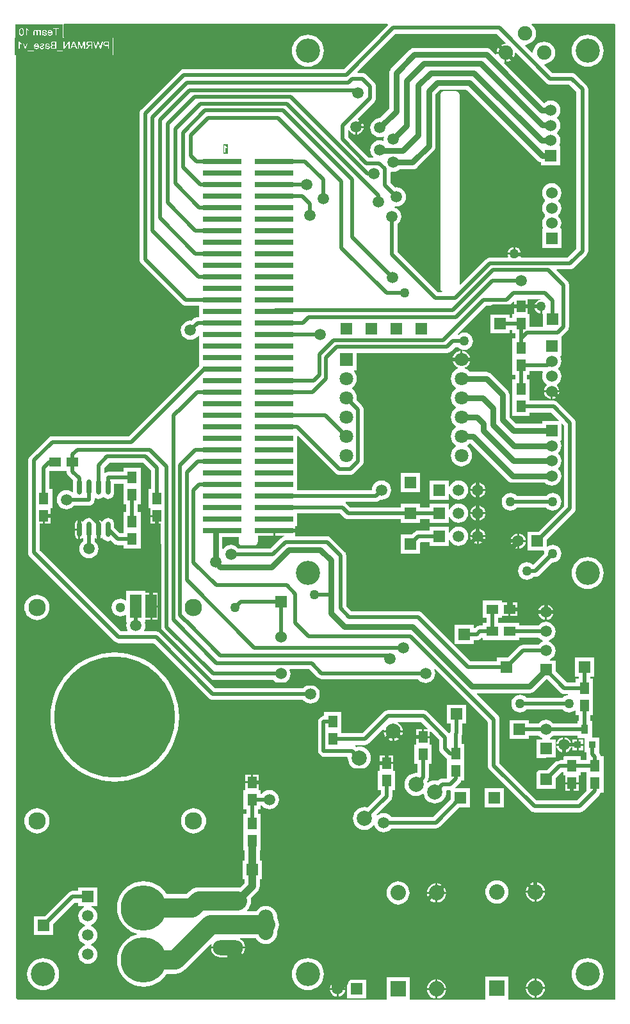
<source format=gbl>
%FSLAX25Y25*%
%MOIN*%
G70*
G01*
G75*
G04 Layer_Physical_Order=2*
G04 Layer_Color=16711680*
%ADD10R,0.05000X0.06000*%
%ADD11R,0.20000X0.03000*%
%ADD12C,0.06000*%
%ADD13C,0.02000*%
%ADD14C,0.03000*%
%ADD15C,0.06000*%
%ADD16C,0.07500*%
%ADD17R,0.05906X0.05906*%
%ADD18C,0.05906*%
%ADD19R,0.05906X0.05906*%
%ADD20C,0.08000*%
%ADD21R,0.08000X0.08000*%
%ADD22O,0.17716X0.07874*%
%ADD23O,0.15748X0.07874*%
%ADD24O,0.07874X0.15748*%
%ADD25C,0.05906*%
%ADD26C,0.12598*%
%ADD27C,0.09055*%
%ADD28C,0.62992*%
%ADD29C,0.05118*%
%ADD30C,0.07087*%
%ADD31R,0.07087X0.07087*%
%ADD32C,0.23622*%
%ADD33C,0.07874*%
%ADD34R,0.06000X0.06000*%
%ADD35C,0.05000*%
%ADD36O,0.02400X0.08000*%
%ADD37R,0.06000X0.12000*%
%ADD38R,0.03600X0.05000*%
%ADD39R,0.03600X0.03600*%
%ADD40R,0.06000X0.05000*%
%ADD41C,0.04000*%
%ADD42C,0.08000*%
%ADD43C,0.10000*%
G36*
X26000Y502857D02*
X52000D01*
Y493934D01*
X1075D01*
Y502857D01*
X1193D01*
Y509857D01*
X26000D01*
Y502857D01*
D02*
G37*
G36*
X284860Y162360D02*
X285487Y161880D01*
X286217Y161577D01*
X287000Y161474D01*
X288976D01*
X289008Y160974D01*
X288325Y160884D01*
X287231Y160431D01*
X286291Y159709D01*
X286150Y159526D01*
X267350D01*
X267209Y159709D01*
X266269Y160431D01*
X265175Y160884D01*
X264000Y161039D01*
X262825Y160884D01*
X261731Y160431D01*
X260791Y159709D01*
X260069Y158769D01*
X259616Y157675D01*
X259461Y156500D01*
X259616Y155325D01*
X260069Y154231D01*
X260791Y153291D01*
X261731Y152569D01*
X262825Y152116D01*
X264000Y151961D01*
X265175Y152116D01*
X266269Y152569D01*
X267209Y153291D01*
X267350Y153474D01*
X286150D01*
X286291Y153291D01*
X287231Y152569D01*
X288325Y152116D01*
X289500Y151961D01*
X290675Y152116D01*
X291769Y152569D01*
X292500Y153130D01*
X293000Y152883D01*
Y150500D01*
X294474D01*
Y147500D01*
X293900D01*
Y146026D01*
X281421D01*
X281032Y146532D01*
X279998Y147326D01*
X278793Y147825D01*
X277500Y147995D01*
X276207Y147825D01*
X275002Y147326D01*
X273968Y146532D01*
X273579Y146026D01*
X268453D01*
Y147953D01*
X258547D01*
Y138047D01*
X268453D01*
Y139974D01*
X273579D01*
X273968Y139468D01*
X275002Y138674D01*
X275536Y138453D01*
X275436Y137953D01*
X272547D01*
Y128047D01*
X282453D01*
Y134666D01*
X282475Y134668D01*
Y135332D01*
X282453Y135334D01*
Y137953D01*
X279564D01*
X279464Y138453D01*
X279998Y138674D01*
X281032Y139468D01*
X281421Y139974D01*
X293900D01*
Y138500D01*
X297700D01*
Y131200D01*
X298474D01*
Y130200D01*
X298566Y129500D01*
X298500Y129000D01*
X298500D01*
X298500Y129000D01*
Y127026D01*
X295500D01*
Y129000D01*
X286500D01*
Y127026D01*
X284500D01*
X283717Y126923D01*
X282987Y126620D01*
X282715Y126412D01*
X282360Y126140D01*
X282360Y126140D01*
X278173Y121953D01*
X272547D01*
Y112047D01*
X282453D01*
Y117674D01*
X285753Y120974D01*
X286500D01*
Y119000D01*
X287500D01*
Y115500D01*
X294500D01*
Y119000D01*
X295500D01*
Y120974D01*
X298500D01*
Y119000D01*
Y110779D01*
X293747Y106026D01*
X272753D01*
X253326Y125453D01*
Y148200D01*
X253326Y148200D01*
X253235Y148892D01*
X253223Y148983D01*
X252921Y149713D01*
X252440Y150340D01*
X241271Y161508D01*
X241463Y161970D01*
X269000D01*
X269914Y162090D01*
X270765Y162443D01*
X271496Y163004D01*
X277540Y169047D01*
X278173D01*
X284860Y162360D01*
D02*
G37*
G36*
X313538Y509538D02*
X313500Y509500D01*
Y2500D01*
X258000D01*
Y14500D01*
X246000D01*
Y2500D01*
X220861D01*
X220859Y2518D01*
X220141D01*
X220140Y2500D01*
X206500D01*
Y14000D01*
X194500D01*
Y2500D01*
X2500D01*
X1500Y3500D01*
Y493834D01*
X52100D01*
Y502957D01*
X26454D01*
X26100Y503311D01*
Y509957D01*
X26582Y510000D01*
X195068D01*
X195259Y509538D01*
X172247Y486526D01*
X89000D01*
X88217Y486423D01*
X87487Y486121D01*
X86860Y485640D01*
X66860Y465640D01*
X66379Y465013D01*
X66291Y464799D01*
X66077Y464283D01*
X65974Y463500D01*
Y387600D01*
X66077Y386817D01*
X66291Y386301D01*
X66379Y386087D01*
X66860Y385460D01*
X87910Y364410D01*
X87910Y364410D01*
X88182Y364202D01*
X88537Y363930D01*
X89267Y363627D01*
X90050Y363524D01*
X90050Y363524D01*
X96950D01*
Y363050D01*
Y357576D01*
X96150D01*
X95367Y357473D01*
X94851Y357259D01*
X94637Y357171D01*
X94010Y356690D01*
X92933Y355612D01*
X92300Y355696D01*
X91007Y355525D01*
X89802Y355026D01*
X88768Y354232D01*
X87974Y353198D01*
X87475Y351993D01*
X87305Y350700D01*
X87475Y349407D01*
X87974Y348202D01*
X88768Y347168D01*
X89802Y346374D01*
X91007Y345875D01*
X92300Y345705D01*
X93593Y345875D01*
X94798Y346374D01*
X95832Y347168D01*
X96450Y347973D01*
X96950Y347803D01*
Y345050D01*
Y339050D01*
Y333050D01*
Y332229D01*
X60247Y295526D01*
X20500D01*
X19717Y295423D01*
X18987Y295121D01*
X18360Y294640D01*
X8860Y285140D01*
X8380Y284513D01*
X8291Y284299D01*
X8077Y283783D01*
X7974Y283000D01*
Y235000D01*
X8077Y234217D01*
X8291Y233701D01*
X8380Y233487D01*
X8860Y232860D01*
X52860Y188860D01*
X53487Y188380D01*
X54217Y188077D01*
X55000Y187974D01*
X55000Y187974D01*
X73247D01*
X101860Y159360D01*
X102487Y158879D01*
X102701Y158791D01*
X103217Y158577D01*
X104000Y158474D01*
X151079D01*
X151468Y157968D01*
X152502Y157174D01*
X153707Y156675D01*
X155000Y156504D01*
X156293Y156675D01*
X157498Y157174D01*
X158532Y157968D01*
X159326Y159002D01*
X159825Y160207D01*
X159995Y161500D01*
X159825Y162793D01*
X159326Y163998D01*
X158532Y165032D01*
X157498Y165826D01*
X156293Y166325D01*
X155000Y166496D01*
X153707Y166325D01*
X152502Y165826D01*
X151468Y165032D01*
X151079Y164526D01*
X105253D01*
X76640Y193140D01*
X76013Y193621D01*
X75799Y193709D01*
X75283Y193923D01*
X74500Y194026D01*
X68526D01*
X68305Y194474D01*
X68326Y194502D01*
X68825Y195707D01*
X68995Y197000D01*
X68825Y198293D01*
X68705Y198584D01*
X68982Y199000D01*
X69000D01*
Y200000D01*
X71500D01*
Y207000D01*
Y214000D01*
X69000D01*
Y215000D01*
X59000D01*
Y210510D01*
X58552Y210289D01*
X58299Y210482D01*
X57190Y210942D01*
X56000Y211098D01*
X54810Y210942D01*
X53701Y210482D01*
X52749Y209752D01*
X52018Y208799D01*
X51558Y207690D01*
X51402Y206500D01*
X51558Y205310D01*
X52018Y204201D01*
X52749Y203249D01*
X53701Y202518D01*
X54810Y202058D01*
X56000Y201902D01*
X57190Y202058D01*
X58299Y202518D01*
X58552Y202711D01*
X59000Y202490D01*
Y199000D01*
X59018D01*
X59295Y198584D01*
X59175Y198293D01*
X59004Y197000D01*
X59175Y195707D01*
X59674Y194502D01*
X59695Y194474D01*
X59474Y194026D01*
X56253D01*
X14026Y236253D01*
Y250000D01*
X15500D01*
Y254000D01*
X16000D01*
Y254500D01*
X19500D01*
Y258000D01*
X20500D01*
Y268000D01*
X19026D01*
Y277500D01*
X27974D01*
Y277200D01*
X28077Y276417D01*
X28291Y275901D01*
X28379Y275687D01*
X28860Y275060D01*
X31371Y272550D01*
X31272Y271800D01*
Y266709D01*
X30772Y266462D01*
X30298Y266826D01*
X29093Y267325D01*
X27800Y267495D01*
X26507Y267325D01*
X25302Y266826D01*
X24268Y266032D01*
X23474Y264998D01*
X22975Y263793D01*
X22805Y262500D01*
X22975Y261207D01*
X23474Y260002D01*
X24268Y258968D01*
X25302Y258174D01*
X26507Y257675D01*
X27800Y257505D01*
X29093Y257675D01*
X30298Y258174D01*
X31332Y258968D01*
X31721Y259474D01*
X39500D01*
X40283Y259577D01*
X41013Y259879D01*
X41640Y260360D01*
X42121Y260987D01*
X42423Y261717D01*
X42526Y262500D01*
Y263112D01*
X43026Y263347D01*
X43665Y263082D01*
X44500Y262972D01*
X45335Y263082D01*
X46114Y263405D01*
X46782Y263918D01*
X47218D01*
X47886Y263405D01*
X48665Y263082D01*
X49500Y262972D01*
X50335Y263082D01*
X51114Y263405D01*
X51782Y263918D01*
X52295Y264586D01*
X52618Y265365D01*
X52728Y266200D01*
Y270974D01*
X57500D01*
Y269000D01*
Y260000D01*
X58974D01*
Y256000D01*
X57500D01*
Y246000D01*
Y245026D01*
X55753D01*
X52728Y248052D01*
Y249800D01*
X52618Y250635D01*
X52295Y251414D01*
X51782Y252082D01*
X51114Y252595D01*
X50335Y252918D01*
X49500Y253028D01*
X48665Y252918D01*
X47886Y252595D01*
X47218Y252082D01*
X46705Y251414D01*
X46664Y251315D01*
X46166Y251266D01*
X46086Y251386D01*
X45358Y251872D01*
X45000Y251944D01*
Y247000D01*
Y242056D01*
X45358Y242128D01*
X46086Y242614D01*
X46166Y242734D01*
X46664Y242685D01*
X46705Y242586D01*
X47218Y241918D01*
X47886Y241405D01*
X48665Y241082D01*
X49500Y240972D01*
X50335Y241082D01*
X50903Y241318D01*
X52360Y239860D01*
X52987Y239380D01*
X53352Y239228D01*
X53717Y239077D01*
X53808Y239065D01*
X54500Y238974D01*
X54500Y238974D01*
X57500D01*
Y237000D01*
X66500D01*
Y246000D01*
Y256000D01*
X65026D01*
Y260000D01*
X66500D01*
Y269000D01*
Y279000D01*
X57500D01*
Y277026D01*
X49500D01*
X48717Y276923D01*
X48026Y276637D01*
X47662Y276765D01*
X47526Y276832D01*
Y279247D01*
X50253Y281974D01*
X67747D01*
X71974Y277747D01*
Y268000D01*
X70500D01*
Y258000D01*
X71500D01*
Y254500D01*
X75000D01*
Y254000D01*
X75500D01*
Y250000D01*
X76974D01*
Y221660D01*
X76874Y220900D01*
Y196300D01*
X76977Y195517D01*
X77191Y195001D01*
X77280Y194787D01*
X77760Y194160D01*
X102060Y169860D01*
X102687Y169379D01*
X103417Y169077D01*
X104200Y168974D01*
X135520D01*
X135934Y168434D01*
X136978Y167632D01*
X138195Y167129D01*
X139500Y166957D01*
X140805Y167129D01*
X142022Y167632D01*
X143066Y168434D01*
X143868Y169478D01*
X144371Y170695D01*
X144543Y172000D01*
X144371Y173305D01*
X144059Y174058D01*
X144337Y174474D01*
X154247D01*
X158560Y170160D01*
X159187Y169679D01*
X159917Y169377D01*
X160700Y169274D01*
X210879D01*
X211268Y168768D01*
X212302Y167974D01*
X213507Y167475D01*
X214800Y167305D01*
X216093Y167475D01*
X217298Y167974D01*
X218332Y168768D01*
X219126Y169802D01*
X219625Y171007D01*
X219795Y172300D01*
X219625Y173593D01*
X219416Y174097D01*
X219840Y174381D01*
X247274Y146947D01*
Y124200D01*
X247377Y123417D01*
X247591Y122901D01*
X247679Y122687D01*
X248160Y122060D01*
X269360Y100860D01*
X269987Y100380D01*
X270352Y100228D01*
X270717Y100077D01*
X270808Y100065D01*
X271500Y99974D01*
X271500Y99974D01*
X295000D01*
X295783Y100077D01*
X296299Y100291D01*
X296513Y100380D01*
X297140Y100860D01*
X305140Y108860D01*
X305621Y109487D01*
X305833Y110000D01*
X307500D01*
Y119000D01*
Y129000D01*
X305986D01*
X305923Y129483D01*
X305709Y129999D01*
X305621Y130213D01*
X305247Y130700D01*
X305300Y131200D01*
X305300Y131200D01*
X305300Y131200D01*
Y138800D01*
X301500D01*
Y147500D01*
X300526D01*
Y150500D01*
X302000D01*
Y159500D01*
Y169500D01*
X300526D01*
Y170547D01*
X302453D01*
Y180453D01*
X292547D01*
Y170547D01*
X294474D01*
Y169500D01*
X293000D01*
Y167526D01*
X288253D01*
X282453Y173327D01*
Y178953D01*
X279564D01*
X279464Y179453D01*
X279998Y179674D01*
X281032Y180468D01*
X281826Y181502D01*
X282325Y182707D01*
X282495Y184000D01*
X282325Y185293D01*
X281826Y186498D01*
X281032Y187532D01*
X279998Y188326D01*
X279024Y188729D01*
Y189271D01*
X279998Y189674D01*
X281032Y190468D01*
X281826Y191502D01*
X282325Y192707D01*
X282495Y194000D01*
X282325Y195293D01*
X281826Y196498D01*
X281032Y197532D01*
X279998Y198326D01*
X278793Y198825D01*
X277500Y198995D01*
X276207Y198825D01*
X275002Y198326D01*
X273968Y197532D01*
X273579Y197026D01*
X263500D01*
Y198500D01*
X252526D01*
Y201000D01*
X254500D01*
Y202000D01*
X258000D01*
Y205500D01*
Y209000D01*
X254500D01*
Y210000D01*
X244500D01*
Y201000D01*
X246474D01*
Y198500D01*
X244500D01*
Y197026D01*
X243000D01*
X242217Y196923D01*
X241701Y196709D01*
X241487Y196621D01*
X240860Y196140D01*
X240453Y195732D01*
X239953Y195939D01*
Y197453D01*
X230047D01*
Y187547D01*
X239953D01*
Y189474D01*
X241500D01*
X242283Y189577D01*
X242799Y189791D01*
X243013Y189880D01*
X243640Y190360D01*
X244000Y190721D01*
X244500Y190514D01*
Y189500D01*
X263500D01*
Y190974D01*
X273579D01*
X273968Y190468D01*
X275002Y189674D01*
X275976Y189271D01*
Y188729D01*
X275002Y188326D01*
X273968Y187532D01*
X273579Y187026D01*
X265500D01*
X265500Y187026D01*
X264717Y186923D01*
X263987Y186620D01*
X263632Y186348D01*
X263360Y186140D01*
X263360Y186140D01*
X257674Y180453D01*
X252047D01*
Y178526D01*
X238253D01*
X213140Y203640D01*
X212513Y204120D01*
X212299Y204209D01*
X211783Y204423D01*
X211000Y204526D01*
X176253D01*
X173526Y207253D01*
Y233500D01*
X173423Y234283D01*
X173120Y235013D01*
X172912Y235285D01*
X172640Y235640D01*
X172640Y235640D01*
X165640Y242640D01*
X165013Y243121D01*
X164799Y243209D01*
X164283Y243423D01*
X163500Y243526D01*
X147233D01*
X147050Y243950D01*
X147050Y243950D01*
X147050D01*
X147050Y243950D01*
Y245950D01*
X136550D01*
Y243950D01*
X141234D01*
X141267Y243450D01*
X141060Y243423D01*
X140330Y243121D01*
X139704Y242640D01*
X134090Y237026D01*
X117421D01*
X117032Y237532D01*
X115998Y238326D01*
X114793Y238825D01*
X113500Y238996D01*
X112207Y238825D01*
X111002Y238326D01*
X109968Y237532D01*
X109463Y236874D01*
X108963Y237044D01*
Y243050D01*
X117461D01*
Y240750D01*
X117616Y239970D01*
X117911Y239528D01*
X118058Y239308D01*
X118058D01*
Y239308D01*
X118278Y239161D01*
X118720Y238866D01*
X119500Y238711D01*
X125500Y238711D01*
X125500D01*
X126280Y238866D01*
X126722Y239161D01*
X126942Y239308D01*
Y239308D01*
X126942D01*
X127089Y239528D01*
X127384Y239970D01*
X127539Y240750D01*
Y240750D01*
Y243950D01*
X135550D01*
Y246450D01*
X136050D01*
Y246950D01*
X147050D01*
Y248950D01*
X148050D01*
Y254950D01*
Y255424D01*
X170247D01*
X172310Y253360D01*
X172937Y252880D01*
X173667Y252577D01*
X174450Y252474D01*
X202047D01*
Y250547D01*
X211953D01*
Y252474D01*
X217047D01*
Y250547D01*
X226953D01*
Y253436D01*
X227453Y253536D01*
X227674Y253002D01*
X228468Y251968D01*
X229502Y251174D01*
X230707Y250675D01*
X232000Y250504D01*
X233293Y250675D01*
X234498Y251174D01*
X235532Y251968D01*
X236326Y253002D01*
X236825Y254207D01*
X236996Y255500D01*
X236825Y256793D01*
X236326Y257998D01*
X235532Y259032D01*
X234498Y259826D01*
X233293Y260325D01*
X232000Y260495D01*
X230707Y260325D01*
X229502Y259826D01*
X228468Y259032D01*
X227674Y257998D01*
X227453Y257464D01*
X226953Y257564D01*
Y260453D01*
X217047D01*
Y258526D01*
X211953D01*
Y260453D01*
X202047D01*
Y258526D01*
X175703D01*
X173640Y260590D01*
X173204Y260924D01*
X173373Y261424D01*
X188850D01*
X189633Y261527D01*
X190149Y261741D01*
X190363Y261829D01*
X190990Y262310D01*
X191267Y262588D01*
X191900Y262505D01*
X193193Y262675D01*
X194398Y263174D01*
X195432Y263968D01*
X196226Y265002D01*
X196725Y266207D01*
X196896Y267500D01*
X196725Y268793D01*
X196226Y269998D01*
X195432Y271032D01*
X194398Y271826D01*
X193193Y272325D01*
X191900Y272496D01*
X190607Y272325D01*
X189402Y271826D01*
X188368Y271032D01*
X187574Y269998D01*
X187075Y268793D01*
X186905Y267500D01*
X186883Y267476D01*
X148050D01*
Y272950D01*
Y278950D01*
Y284950D01*
Y290950D01*
Y295493D01*
X148512Y295684D01*
X167835Y276360D01*
X168462Y275880D01*
X168827Y275728D01*
X169192Y275577D01*
X169283Y275565D01*
X169975Y275474D01*
X169975Y275474D01*
X175600D01*
X176383Y275577D01*
X176899Y275791D01*
X177113Y275880D01*
X177740Y276360D01*
X181740Y280360D01*
X181740Y280360D01*
X182012Y280715D01*
X182220Y280987D01*
X182523Y281717D01*
X182626Y282500D01*
Y309400D01*
X182523Y310183D01*
X182346Y310611D01*
X182220Y310913D01*
X181740Y311540D01*
X178938Y314341D01*
X179091Y315500D01*
X178901Y316947D01*
X178342Y318296D01*
X177453Y319454D01*
X176486Y320196D01*
X176452Y320278D01*
Y320722D01*
X176486Y320804D01*
X177453Y321547D01*
X178342Y322704D01*
X178901Y324053D01*
X179091Y325500D01*
X178901Y326947D01*
X178342Y328296D01*
X177453Y329453D01*
X177415Y329483D01*
X177576Y329957D01*
X179043D01*
Y338974D01*
X226000D01*
X226783Y339077D01*
X227299Y339291D01*
X227513Y339380D01*
X228140Y339860D01*
X230253Y341974D01*
X231650D01*
X231791Y341791D01*
X232731Y341069D01*
X233825Y340616D01*
X235000Y340461D01*
X236175Y340616D01*
X237269Y341069D01*
X238209Y341791D01*
X238931Y342731D01*
X239384Y343825D01*
X239539Y345000D01*
X239384Y346175D01*
X238931Y347269D01*
X238209Y348209D01*
X237269Y348931D01*
X236175Y349384D01*
X235000Y349539D01*
X233825Y349384D01*
X232731Y348931D01*
X231891Y348287D01*
X231783Y348296D01*
X231597Y348808D01*
X231599Y348820D01*
X246301Y363521D01*
X257047D01*
X257830Y363624D01*
X258346Y363838D01*
X258560Y363927D01*
X259187Y364408D01*
X260538Y365759D01*
X261000Y365567D01*
Y363500D01*
X268000D01*
Y366974D01*
X274541D01*
X274574Y366474D01*
X274086Y366410D01*
X273235Y366057D01*
X272504Y365496D01*
X271943Y364765D01*
X271590Y363914D01*
X271536Y363500D01*
X275000D01*
Y363000D01*
X275500D01*
Y359536D01*
X275547Y359542D01*
X276047Y359134D01*
Y352626D01*
X269000D01*
Y359000D01*
X268000D01*
Y362500D01*
X261000D01*
Y359000D01*
X260000D01*
Y357026D01*
X258453D01*
Y358953D01*
X248547D01*
Y349047D01*
X258453D01*
Y350974D01*
X260000D01*
Y349000D01*
X261474D01*
Y346600D01*
Y346500D01*
X260000D01*
Y336500D01*
Y327500D01*
X261474D01*
Y325000D01*
X260000D01*
Y315000D01*
Y306000D01*
X269000D01*
Y307974D01*
X280247D01*
X284259Y303962D01*
X284068Y303500D01*
X275500D01*
Y302030D01*
X261962D01*
X258530Y305462D01*
Y317000D01*
X258530Y317000D01*
X258410Y317914D01*
X258057Y318765D01*
X257496Y319496D01*
X248996Y327996D01*
X248265Y328557D01*
X247414Y328910D01*
X246500Y329030D01*
X237778D01*
X237454Y329453D01*
X236296Y330342D01*
X235261Y330771D01*
Y331312D01*
X235791Y331531D01*
X236740Y332260D01*
X237469Y333209D01*
X237926Y334314D01*
X238017Y335000D01*
X228983D01*
X229074Y334314D01*
X229531Y333209D01*
X230260Y332260D01*
X231209Y331531D01*
X231739Y331312D01*
Y330771D01*
X230704Y330342D01*
X229546Y329453D01*
X228658Y328296D01*
X228099Y326947D01*
X227909Y325500D01*
X228099Y324053D01*
X228658Y322704D01*
X229546Y321547D01*
X230514Y320804D01*
X230548Y320722D01*
Y320278D01*
X230514Y320196D01*
X229546Y319454D01*
X228658Y318296D01*
X228099Y316947D01*
X227909Y315500D01*
X228099Y314053D01*
X228658Y312704D01*
X229546Y311546D01*
X230514Y310804D01*
X230548Y310722D01*
Y310278D01*
X230514Y310196D01*
X229546Y309454D01*
X228658Y308296D01*
X228099Y306947D01*
X227909Y305500D01*
X228099Y304053D01*
X228658Y302704D01*
X229546Y301547D01*
X230514Y300804D01*
X230548Y300722D01*
Y300278D01*
X230514Y300196D01*
X229546Y299453D01*
X228658Y298296D01*
X228099Y296947D01*
X227909Y295500D01*
X228099Y294053D01*
X228658Y292704D01*
X229546Y291547D01*
X230514Y290804D01*
X230548Y290722D01*
Y290278D01*
X230514Y290196D01*
X229546Y289454D01*
X228658Y288296D01*
X228099Y286947D01*
X227909Y285500D01*
X228099Y284053D01*
X228658Y282704D01*
X229546Y281546D01*
X230704Y280658D01*
X232053Y280099D01*
X233500Y279909D01*
X234947Y280099D01*
X236296Y280658D01*
X237454Y281546D01*
X238342Y282704D01*
X238901Y284053D01*
X239091Y285500D01*
X238901Y286947D01*
X238342Y288296D01*
X237454Y289454D01*
X236486Y290196D01*
X236452Y290278D01*
Y290722D01*
X236486Y290804D01*
X237454Y291547D01*
X237622Y291766D01*
X238210Y291797D01*
X257626Y272382D01*
X258357Y271821D01*
X259208Y271468D01*
X260122Y271348D01*
X276906D01*
X276934Y271312D01*
X277978Y270511D01*
X279195Y270007D01*
X280500Y269835D01*
X281805Y270007D01*
X283022Y270511D01*
X284066Y271312D01*
X284868Y272356D01*
X285371Y273573D01*
X285543Y274878D01*
X285371Y276183D01*
X284868Y277400D01*
X284066Y278444D01*
X283908Y278565D01*
Y279065D01*
X284066Y279186D01*
X284868Y280230D01*
X285371Y281447D01*
X285543Y282752D01*
X285371Y284057D01*
X284868Y285274D01*
X284066Y286318D01*
X283908Y286439D01*
Y286939D01*
X284066Y287060D01*
X284868Y288104D01*
X285371Y289321D01*
X285543Y290626D01*
X285371Y291931D01*
X284929Y293000D01*
X285168Y293500D01*
X285500D01*
Y302067D01*
X285962Y302259D01*
X286974Y301247D01*
Y259253D01*
X273674Y245953D01*
X268047D01*
Y236047D01*
X276297D01*
X276599Y235547D01*
X276461Y234500D01*
X276491Y234271D01*
X270917Y228696D01*
X270709Y228709D01*
X269769Y229431D01*
X268675Y229884D01*
X267500Y230039D01*
X266325Y229884D01*
X265231Y229431D01*
X264291Y228709D01*
X263569Y227769D01*
X263116Y226675D01*
X262961Y225500D01*
X263116Y224325D01*
X263569Y223231D01*
X264291Y222291D01*
X265231Y221569D01*
X266325Y221116D01*
X267500Y220961D01*
X268675Y221116D01*
X269769Y221569D01*
X270709Y222291D01*
X270850Y222474D01*
X272000D01*
X272783Y222577D01*
X273299Y222791D01*
X273513Y222880D01*
X274140Y223360D01*
X280771Y229991D01*
X281000Y229961D01*
X282175Y230116D01*
X283269Y230569D01*
X284209Y231291D01*
X284931Y232231D01*
X285384Y233325D01*
X285539Y234500D01*
X285384Y235675D01*
X284931Y236769D01*
X284209Y237709D01*
X283269Y238431D01*
X282175Y238884D01*
X281000Y239039D01*
X279825Y238884D01*
X278731Y238431D01*
X278401Y238178D01*
X277953Y238399D01*
Y241673D01*
X292140Y255860D01*
X292620Y256487D01*
X292923Y257217D01*
X293026Y258000D01*
Y302500D01*
X293026Y302500D01*
X292923Y303283D01*
X292620Y304013D01*
X292348Y304367D01*
X292140Y304640D01*
X292140Y304640D01*
X283640Y313140D01*
X283013Y313620D01*
X282799Y313709D01*
X282283Y313923D01*
X281500Y314026D01*
X269000D01*
Y315000D01*
Y325000D01*
X267526D01*
Y327500D01*
X269000D01*
Y329474D01*
X275680D01*
X276009Y328974D01*
X275629Y328057D01*
X275457Y326752D01*
X275629Y325447D01*
X276132Y324230D01*
X276934Y323186D01*
X277828Y322500D01*
X277902Y321927D01*
X277647Y321731D01*
X277006Y320895D01*
X276603Y319922D01*
X276531Y319378D01*
X284469D01*
X284397Y319922D01*
X283994Y320895D01*
X283353Y321731D01*
X283098Y321927D01*
X283172Y322500D01*
X284066Y323186D01*
X284868Y324230D01*
X285371Y325447D01*
X285543Y326752D01*
X285371Y328057D01*
X284868Y329274D01*
X284066Y330318D01*
X283908Y330439D01*
Y330939D01*
X284066Y331060D01*
X284868Y332104D01*
X285371Y333321D01*
X285543Y334626D01*
X285371Y335931D01*
X284929Y337000D01*
X285168Y337500D01*
X285500D01*
Y347276D01*
X285740Y347460D01*
X288640Y350360D01*
X289121Y350987D01*
X289209Y351201D01*
X289423Y351717D01*
X289526Y352500D01*
Y374200D01*
X289526Y374200D01*
X289435Y374892D01*
X289423Y374983D01*
X289334Y375197D01*
X289121Y375713D01*
X288848Y376067D01*
X288640Y376340D01*
X288640Y376340D01*
X282967Y382012D01*
X283158Y382474D01*
X290000D01*
X290783Y382577D01*
X291299Y382791D01*
X291513Y382879D01*
X292140Y383360D01*
X298592Y389813D01*
X299073Y390440D01*
X299376Y391170D01*
X299479Y391953D01*
X299479Y391953D01*
Y476047D01*
X299376Y476830D01*
X299199Y477258D01*
X299073Y477560D01*
X298865Y477832D01*
X298592Y478187D01*
X298592Y478187D01*
X293140Y483640D01*
X292513Y484121D01*
X292299Y484209D01*
X291783Y484423D01*
X291000Y484526D01*
X280914D01*
X276716Y488725D01*
X276895Y489252D01*
X278001Y489398D01*
X279400Y489977D01*
X280601Y490899D01*
X281523Y492100D01*
X282102Y493499D01*
X282300Y495000D01*
X282102Y496501D01*
X281523Y497900D01*
X280601Y499101D01*
X279400Y500023D01*
X278001Y500602D01*
X276500Y500800D01*
X274999Y500602D01*
X273600Y500023D01*
X272399Y499101D01*
X271477Y497900D01*
X270898Y496501D01*
X270752Y495395D01*
X270224Y495216D01*
X266716Y498725D01*
X266895Y499252D01*
X268001Y499398D01*
X269400Y499977D01*
X270601Y500899D01*
X271523Y502100D01*
X272102Y503499D01*
X272300Y505000D01*
X272102Y506501D01*
X271523Y507900D01*
X270601Y509101D01*
X270046Y509526D01*
X270207Y510000D01*
X313347D01*
X313538Y509538D01*
D02*
G37*
G36*
X256654Y500228D02*
X256397Y499778D01*
X255260Y499628D01*
X254104Y499149D01*
X253112Y498388D01*
X252351Y497396D01*
X251872Y496240D01*
X251775Y495500D01*
X256500D01*
Y495000D01*
X257000D01*
Y490275D01*
X257740Y490372D01*
X258895Y490851D01*
X259888Y491612D01*
X260649Y492604D01*
X261128Y493760D01*
X261277Y494897D01*
X261728Y495154D01*
X277521Y479360D01*
X278148Y478879D01*
X278362Y478791D01*
X278878Y478577D01*
X279661Y478474D01*
X289747D01*
X293427Y474794D01*
Y393206D01*
X288747Y388526D01*
X264502D01*
X264178Y389026D01*
X264410Y389586D01*
X264464Y390000D01*
X257536D01*
X257590Y389586D01*
X257822Y389026D01*
X257499Y388526D01*
X248350D01*
X247567Y388423D01*
X247140Y388246D01*
X246837Y388121D01*
X246565Y387912D01*
X246211Y387640D01*
X246211Y387640D01*
X233001Y374430D01*
X232539Y374622D01*
X232539Y473000D01*
Y473000D01*
Y473000D01*
X232477Y473311D01*
X232384Y473780D01*
X232384Y473780D01*
Y473780D01*
X232235Y474003D01*
X231942Y474442D01*
X231942Y474442D01*
X231942Y474442D01*
X231503Y474735D01*
X231280Y474884D01*
X231280D01*
X231280Y474884D01*
X230810Y474977D01*
X230500Y475039D01*
X230500D01*
X230500D01*
X224500Y475039D01*
X224189Y474977D01*
X223720Y474884D01*
X223720Y474884D01*
X223720D01*
X223497Y474735D01*
X223058Y474442D01*
X223058Y474442D01*
X223058Y474442D01*
X222765Y474003D01*
X222616Y473780D01*
Y473780D01*
X222616Y473780D01*
X222523Y473310D01*
X222461Y473000D01*
Y473000D01*
X222461Y372750D01*
X222616Y371970D01*
X222911Y371528D01*
X223058Y371308D01*
X223058D01*
Y371308D01*
X223278Y371161D01*
X223480Y371026D01*
X223329Y370526D01*
X221253D01*
X200226Y391553D01*
Y405979D01*
X200732Y406368D01*
X201526Y407402D01*
X202025Y408607D01*
X202196Y409900D01*
X202025Y411193D01*
X201526Y412398D01*
X200732Y413432D01*
X199698Y414226D01*
X198727Y414628D01*
X198858Y415115D01*
X199700Y415004D01*
X200993Y415175D01*
X202198Y415674D01*
X203232Y416468D01*
X204026Y417502D01*
X204525Y418707D01*
X204696Y420000D01*
X204525Y421293D01*
X204026Y422498D01*
X203232Y423532D01*
X202198Y424326D01*
X200993Y424825D01*
X199700Y424996D01*
X199067Y424912D01*
X196526Y427453D01*
Y432746D01*
X197026Y433133D01*
X198000Y433005D01*
X199293Y433175D01*
X200498Y433674D01*
X201532Y434468D01*
X201534Y434470D01*
X208000D01*
X208914Y434590D01*
X209765Y434943D01*
X210496Y435504D01*
X218996Y444004D01*
X219557Y444735D01*
X219910Y445586D01*
X220030Y446500D01*
X220030Y446500D01*
Y473538D01*
X222462Y475970D01*
X236038D01*
X273004Y439004D01*
X273735Y438443D01*
X274586Y438090D01*
X275000Y438036D01*
Y436500D01*
X285000D01*
Y446500D01*
X284668D01*
X284429Y447000D01*
X284871Y448069D01*
X285043Y449374D01*
X284871Y450679D01*
X284367Y451896D01*
X283566Y452940D01*
X283408Y453061D01*
Y453561D01*
X283566Y453682D01*
X284367Y454726D01*
X284871Y455943D01*
X285043Y457248D01*
X284871Y458553D01*
X284367Y459770D01*
X283566Y460814D01*
X283408Y460935D01*
Y461435D01*
X283566Y461556D01*
X284367Y462600D01*
X284871Y463817D01*
X285043Y465122D01*
X284871Y466427D01*
X284367Y467644D01*
X283566Y468688D01*
X282522Y469489D01*
X281305Y469993D01*
X280000Y470165D01*
X278695Y469993D01*
X277478Y469489D01*
X276644Y468849D01*
X255680Y489813D01*
X255913Y490286D01*
X256000Y490275D01*
Y494500D01*
X251775D01*
X251786Y494413D01*
X251313Y494180D01*
X248996Y496496D01*
X248265Y497057D01*
X247414Y497410D01*
X246500Y497530D01*
X209000D01*
X208086Y497410D01*
X207235Y497057D01*
X206504Y496496D01*
X197004Y486996D01*
X196443Y486265D01*
X196090Y485414D01*
X195970Y484500D01*
Y465962D01*
X191003Y460995D01*
X191000Y460995D01*
X189707Y460825D01*
X188502Y460326D01*
X187468Y459532D01*
X186674Y458498D01*
X186175Y457293D01*
X186004Y456000D01*
X186175Y454707D01*
X186674Y453502D01*
X187468Y452468D01*
X188502Y451674D01*
X189707Y451175D01*
X191000Y451005D01*
X192293Y451175D01*
X192676Y451333D01*
X193134Y450982D01*
X193005Y450000D01*
X193074Y449470D01*
X192678Y449166D01*
X192293Y449325D01*
X191000Y449496D01*
X189707Y449325D01*
X188502Y448826D01*
X187468Y448032D01*
X186674Y446998D01*
X186175Y445793D01*
X186004Y444500D01*
X186175Y443207D01*
X186674Y442002D01*
X187459Y440979D01*
X187434Y440793D01*
X187327Y440479D01*
X185301D01*
X174526Y451253D01*
Y454674D01*
X175026Y454773D01*
X175147Y454480D01*
X175781Y453654D01*
X176607Y453021D01*
X177568Y452622D01*
X178100Y452552D01*
Y456473D01*
X178600D01*
Y456973D01*
X182521D01*
X182451Y457505D01*
X182053Y458467D01*
X181419Y459293D01*
X180593Y459926D01*
X179758Y460272D01*
X179566Y460786D01*
X188140Y469360D01*
X188140Y469360D01*
X188412Y469715D01*
X188620Y469987D01*
X188923Y470717D01*
X189026Y471500D01*
Y477500D01*
X188923Y478283D01*
X188620Y479013D01*
X188412Y479285D01*
X188140Y479640D01*
X188140Y479640D01*
X184140Y483640D01*
X183513Y484121D01*
X183299Y484209D01*
X182783Y484423D01*
X182000Y484526D01*
X179458D01*
X179267Y484988D01*
X199253Y504974D01*
X251908D01*
X256654Y500228D01*
D02*
G37*
G36*
X112000Y442500D02*
X109585D01*
Y447357D01*
X112000D01*
Y442500D01*
D02*
G37*
%LPC*%
G36*
X43953Y60953D02*
X34047D01*
Y59026D01*
X31000D01*
X30217Y58923D01*
X29789Y58746D01*
X29487Y58621D01*
X29215Y58412D01*
X28860Y58140D01*
X28860Y58140D01*
X16673Y45953D01*
X11047D01*
Y36047D01*
X20953D01*
Y41673D01*
X32253Y52974D01*
X34047D01*
Y51047D01*
X36936D01*
X37036Y50547D01*
X36502Y50326D01*
X35468Y49532D01*
X34674Y48498D01*
X34175Y47293D01*
X34005Y46000D01*
X34175Y44707D01*
X34674Y43502D01*
X35468Y42468D01*
X36502Y41674D01*
X37476Y41271D01*
Y40729D01*
X36502Y40326D01*
X35468Y39532D01*
X34674Y38498D01*
X34175Y37293D01*
X34005Y36000D01*
X34175Y34707D01*
X34674Y33502D01*
X35468Y32468D01*
X36502Y31674D01*
X37476Y31271D01*
Y30729D01*
X36502Y30326D01*
X35468Y29532D01*
X34674Y28498D01*
X34175Y27293D01*
X34005Y26000D01*
X34175Y24707D01*
X34674Y23502D01*
X35468Y22468D01*
X36502Y21674D01*
X37707Y21175D01*
X39000Y21004D01*
X40293Y21175D01*
X41498Y21674D01*
X42532Y22468D01*
X43326Y23502D01*
X43825Y24707D01*
X43995Y26000D01*
X43825Y27293D01*
X43326Y28498D01*
X42532Y29532D01*
X41498Y30326D01*
X40524Y30729D01*
Y31271D01*
X41498Y31674D01*
X42532Y32468D01*
X43326Y33502D01*
X43825Y34707D01*
X43995Y36000D01*
X43825Y37293D01*
X43326Y38498D01*
X42532Y39532D01*
X41498Y40326D01*
X40524Y40729D01*
Y41271D01*
X41498Y41674D01*
X42532Y42468D01*
X43326Y43502D01*
X43825Y44707D01*
X43995Y46000D01*
X43825Y47293D01*
X43326Y48498D01*
X42532Y49532D01*
X41498Y50326D01*
X40964Y50547D01*
X41064Y51047D01*
X43953D01*
Y60953D01*
D02*
G37*
G36*
X111500Y29028D02*
X103149D01*
X103253Y28239D01*
X103751Y27038D01*
X104542Y26006D01*
X105573Y25215D01*
X106774Y24718D01*
X108063Y24548D01*
X111500D01*
Y29028D01*
D02*
G37*
G36*
X120851D02*
X112500D01*
Y24548D01*
X115937D01*
X117226Y24718D01*
X118427Y25215D01*
X119458Y26006D01*
X120249Y27038D01*
X120747Y28239D01*
X120851Y29028D01*
D02*
G37*
G36*
X220000Y57500D02*
X215523D01*
X215629Y56695D01*
X216132Y55478D01*
X216934Y54434D01*
X217978Y53632D01*
X219195Y53129D01*
X220000Y53023D01*
Y57500D01*
D02*
G37*
G36*
X252000Y64529D02*
X250824Y64413D01*
X249693Y64070D01*
X248651Y63513D01*
X247737Y62763D01*
X246987Y61849D01*
X246430Y60807D01*
X246087Y59676D01*
X245971Y58500D01*
X246087Y57324D01*
X246430Y56193D01*
X246987Y55151D01*
X247737Y54237D01*
X248651Y53487D01*
X249693Y52930D01*
X250824Y52587D01*
X252000Y52471D01*
X253176Y52587D01*
X254307Y52930D01*
X255349Y53487D01*
X256263Y54237D01*
X257013Y55151D01*
X257570Y56193D01*
X257913Y57324D01*
X258029Y58500D01*
X257913Y59676D01*
X257570Y60807D01*
X257013Y61849D01*
X256263Y62763D01*
X255349Y63513D01*
X254307Y64070D01*
X253176Y64413D01*
X252000Y64529D01*
D02*
G37*
G36*
X200500Y64029D02*
X199324Y63913D01*
X198193Y63570D01*
X197151Y63013D01*
X196237Y62263D01*
X195487Y61349D01*
X194930Y60307D01*
X194587Y59176D01*
X194471Y58000D01*
X194587Y56824D01*
X194930Y55693D01*
X195487Y54650D01*
X196237Y53737D01*
X197151Y52987D01*
X198193Y52430D01*
X199324Y52087D01*
X200500Y51971D01*
X201676Y52087D01*
X202807Y52430D01*
X203850Y52987D01*
X204763Y53737D01*
X205513Y54650D01*
X206070Y55693D01*
X206413Y56824D01*
X206529Y58000D01*
X206413Y59176D01*
X206070Y60307D01*
X205513Y61349D01*
X204763Y62263D01*
X203850Y63013D01*
X202807Y63570D01*
X201676Y63913D01*
X200500Y64029D01*
D02*
G37*
G36*
X272500Y13477D02*
Y9000D01*
X276977D01*
X276871Y9805D01*
X276367Y11022D01*
X275566Y12066D01*
X274522Y12867D01*
X273305Y13371D01*
X272500Y13477D01*
D02*
G37*
G36*
X168500Y11921D02*
X167968Y11851D01*
X167007Y11453D01*
X166181Y10819D01*
X165547Y9993D01*
X165149Y9032D01*
X165079Y8500D01*
X168500D01*
Y11921D01*
D02*
G37*
G36*
X299213Y24087D02*
X297586Y23927D01*
X296021Y23453D01*
X294580Y22682D01*
X293316Y21645D01*
X292279Y20381D01*
X291508Y18939D01*
X291034Y17375D01*
X290873Y15748D01*
X291034Y14121D01*
X291508Y12557D01*
X292279Y11115D01*
X293316Y9851D01*
X294580Y8814D01*
X296021Y8043D01*
X297586Y7569D01*
X299213Y7409D01*
X300839Y7569D01*
X302404Y8043D01*
X303846Y8814D01*
X305109Y9851D01*
X306147Y11115D01*
X306917Y12557D01*
X307392Y14121D01*
X307552Y15748D01*
X307392Y17375D01*
X306917Y18939D01*
X306147Y20381D01*
X305109Y21645D01*
X303846Y22682D01*
X302404Y23453D01*
X300839Y23927D01*
X299213Y24087D01*
D02*
G37*
G36*
X153543D02*
X151917Y23927D01*
X150352Y23453D01*
X148910Y22682D01*
X147647Y21645D01*
X146609Y20381D01*
X145839Y18939D01*
X145364Y17375D01*
X145204Y15748D01*
X145364Y14121D01*
X145839Y12557D01*
X146609Y11115D01*
X147647Y9851D01*
X148910Y8814D01*
X150352Y8043D01*
X151917Y7569D01*
X153543Y7409D01*
X155170Y7569D01*
X156735Y8043D01*
X158177Y8814D01*
X159440Y9851D01*
X160477Y11115D01*
X161248Y12557D01*
X161723Y14121D01*
X161883Y15748D01*
X161723Y17375D01*
X161248Y18939D01*
X160477Y20381D01*
X159440Y21645D01*
X158177Y22682D01*
X156735Y23453D01*
X155170Y23927D01*
X153543Y24087D01*
D02*
G37*
G36*
X169500Y11921D02*
Y8500D01*
X172921D01*
X172851Y9032D01*
X172453Y9993D01*
X171819Y10819D01*
X170993Y11453D01*
X170032Y11851D01*
X169500Y11921D01*
D02*
G37*
G36*
X271500Y13477D02*
X270695Y13371D01*
X269478Y12867D01*
X268434Y12066D01*
X267633Y11022D01*
X267129Y9805D01*
X267023Y9000D01*
X271500D01*
Y13477D01*
D02*
G37*
G36*
X221000Y12977D02*
Y8500D01*
X225477D01*
X225371Y9305D01*
X224868Y10522D01*
X224066Y11566D01*
X223022Y12368D01*
X221805Y12871D01*
X221000Y12977D01*
D02*
G37*
G36*
X220000D02*
X219195Y12871D01*
X217978Y12368D01*
X216934Y11566D01*
X216132Y10522D01*
X215629Y9305D01*
X215523Y8500D01*
X220000D01*
Y12977D01*
D02*
G37*
G36*
X128000Y115000D02*
X121000D01*
Y111500D01*
X120000D01*
Y101500D01*
X121474D01*
Y99000D01*
X120000D01*
Y89000D01*
Y80000D01*
X120466D01*
Y74953D01*
X119547D01*
Y65047D01*
X120466D01*
Y63187D01*
X118130Y60852D01*
X116921Y60971D01*
X96937D01*
X95565Y60836D01*
X94245Y60435D01*
X93029Y59785D01*
X91963Y58911D01*
X91963Y58911D01*
X90366Y57314D01*
X79888D01*
X79208Y58423D01*
X77796Y60076D01*
X76143Y61488D01*
X74290Y62623D01*
X72281Y63455D01*
X70167Y63963D01*
X68000Y64133D01*
X65833Y63963D01*
X63719Y63455D01*
X61711Y62623D01*
X59857Y61488D01*
X58204Y60076D01*
X56792Y58423D01*
X55656Y56569D01*
X54824Y54561D01*
X54317Y52447D01*
X54146Y50280D01*
X54317Y48112D01*
X54824Y45999D01*
X55656Y43990D01*
X56792Y42137D01*
X58204Y40483D01*
X59857Y39072D01*
X61711Y37936D01*
X63719Y37104D01*
X64611Y36890D01*
Y36390D01*
X63719Y36176D01*
X61711Y35344D01*
X59857Y34208D01*
X58204Y32796D01*
X56792Y31143D01*
X55656Y29289D01*
X54824Y27281D01*
X54317Y25167D01*
X54146Y23000D01*
X54317Y20833D01*
X54824Y18719D01*
X55656Y16711D01*
X56792Y14857D01*
X58204Y13204D01*
X59857Y11792D01*
X61711Y10656D01*
X63719Y9824D01*
X65833Y9317D01*
X68000Y9146D01*
X70167Y9317D01*
X72281Y9824D01*
X74290Y10656D01*
X76143Y11792D01*
X77796Y13204D01*
X79208Y14857D01*
X79888Y15966D01*
X84500D01*
X85872Y16101D01*
X87192Y16502D01*
X88408Y17152D01*
X89474Y18026D01*
X103029Y31581D01*
X103453Y31298D01*
X103253Y30816D01*
X103149Y30028D01*
X120851D01*
X120747Y30816D01*
X120249Y32017D01*
X119458Y33049D01*
X118427Y33840D01*
X118122Y33966D01*
X118222Y34466D01*
X126451D01*
X126672Y34052D01*
X127422Y33138D01*
X128335Y32389D01*
X129378Y31831D01*
X130509Y31488D01*
X131685Y31373D01*
X132861Y31488D01*
X133992Y31831D01*
X135035Y32389D01*
X135948Y33138D01*
X136698Y34052D01*
X137255Y35094D01*
X137598Y36225D01*
X137714Y37402D01*
Y38276D01*
X137998Y38808D01*
X138399Y40128D01*
X138534Y41500D01*
X138399Y42872D01*
X137998Y44192D01*
X137651Y44842D01*
Y45276D01*
X137536Y46439D01*
X137197Y47559D01*
X136645Y48590D01*
X135903Y49494D01*
X134999Y50236D01*
X133968Y50787D01*
X132849Y51127D01*
X131685Y51241D01*
X130521Y51127D01*
X129402Y50787D01*
X128371Y50236D01*
X127467Y49494D01*
X126725Y48590D01*
X126695Y48534D01*
X122071D01*
X121953Y49034D01*
X122770Y50029D01*
X123420Y51245D01*
X123820Y52565D01*
X123955Y53937D01*
X123836Y55146D01*
X127353Y58663D01*
X127994Y59499D01*
X128397Y60472D01*
X128534Y61516D01*
Y65047D01*
X129453D01*
Y74953D01*
X128534D01*
Y80000D01*
X129000D01*
Y89000D01*
Y99000D01*
X127526D01*
Y101500D01*
X129000D01*
Y103474D01*
X129579D01*
X129968Y102968D01*
X131002Y102174D01*
X132207Y101675D01*
X133500Y101505D01*
X134793Y101675D01*
X135998Y102174D01*
X137032Y102968D01*
X137826Y104002D01*
X138325Y105207D01*
X138496Y106500D01*
X138325Y107793D01*
X137826Y108998D01*
X137032Y110032D01*
X135998Y110826D01*
X134793Y111325D01*
X133500Y111495D01*
X132207Y111325D01*
X131002Y110826D01*
X129968Y110032D01*
X129579Y109526D01*
X129000D01*
Y111500D01*
X128000D01*
Y115000D01*
D02*
G37*
G36*
X94000Y102035D02*
X92720Y101909D01*
X91490Y101536D01*
X90356Y100930D01*
X89362Y100114D01*
X88546Y99120D01*
X87940Y97987D01*
X87567Y96756D01*
X87441Y95476D01*
X87567Y94197D01*
X87940Y92966D01*
X88546Y91832D01*
X89362Y90838D01*
X90356Y90023D01*
X91490Y89416D01*
X92720Y89043D01*
X94000Y88917D01*
X95280Y89043D01*
X96510Y89416D01*
X97644Y90023D01*
X98638Y90838D01*
X99454Y91832D01*
X100060Y92966D01*
X100433Y94197D01*
X100559Y95476D01*
X100433Y96756D01*
X100060Y97987D01*
X99454Y99120D01*
X98638Y100114D01*
X97644Y100930D01*
X96510Y101536D01*
X95280Y101909D01*
X94000Y102035D01*
D02*
G37*
G36*
X12500D02*
X11220Y101909D01*
X9990Y101536D01*
X8856Y100930D01*
X7862Y100114D01*
X7046Y99120D01*
X6440Y97987D01*
X6067Y96756D01*
X5941Y95476D01*
X6067Y94197D01*
X6440Y92966D01*
X7046Y91832D01*
X7862Y90838D01*
X8856Y90023D01*
X9990Y89416D01*
X11220Y89043D01*
X12500Y88917D01*
X13780Y89043D01*
X15010Y89416D01*
X16144Y90023D01*
X17138Y90838D01*
X17954Y91832D01*
X18560Y92966D01*
X18933Y94197D01*
X19059Y95476D01*
X18933Y96756D01*
X18560Y97987D01*
X17954Y99120D01*
X17138Y100114D01*
X16144Y100930D01*
X15010Y101536D01*
X13780Y101909D01*
X12500Y102035D01*
D02*
G37*
G36*
X255453Y112453D02*
X245547D01*
Y102547D01*
X255453D01*
Y112453D01*
D02*
G37*
G36*
X53000Y183036D02*
X49713Y182875D01*
X46457Y182392D01*
X43265Y181592D01*
X40166Y180484D01*
X37191Y179077D01*
X34368Y177384D01*
X31725Y175424D01*
X29286Y173214D01*
X27076Y170775D01*
X25115Y168132D01*
X23424Y165309D01*
X22016Y162334D01*
X20908Y159235D01*
X20108Y156043D01*
X19625Y152787D01*
X19464Y149500D01*
X19625Y146213D01*
X20108Y142957D01*
X20908Y139765D01*
X22016Y136666D01*
X23424Y133691D01*
X25115Y130868D01*
X27076Y128225D01*
X29286Y125786D01*
X31725Y123576D01*
X34368Y121616D01*
X37191Y119923D01*
X40166Y118516D01*
X43265Y117408D01*
X46457Y116608D01*
X49713Y116125D01*
X53000Y115963D01*
X56287Y116125D01*
X59543Y116608D01*
X62735Y117408D01*
X65834Y118516D01*
X68809Y119923D01*
X71632Y121616D01*
X74275Y123576D01*
X76714Y125786D01*
X78924Y128225D01*
X80885Y130868D01*
X82577Y133691D01*
X83984Y136666D01*
X85092Y139765D01*
X85892Y142957D01*
X86375Y146213D01*
X86537Y149500D01*
X86375Y152787D01*
X85892Y156043D01*
X85092Y159235D01*
X83984Y162334D01*
X82577Y165309D01*
X80885Y168132D01*
X78924Y170775D01*
X76714Y173214D01*
X74275Y175424D01*
X71632Y177384D01*
X68809Y179077D01*
X65834Y180484D01*
X62735Y181592D01*
X59543Y182392D01*
X56287Y182875D01*
X53000Y183036D01*
D02*
G37*
G36*
X294500Y114500D02*
X291500D01*
Y111000D01*
X294500D01*
Y114500D01*
D02*
G37*
G36*
X290500D02*
X287500D01*
Y111000D01*
X290500D01*
Y114500D01*
D02*
G37*
G36*
X276977Y58000D02*
X272500D01*
Y53523D01*
X273305Y53629D01*
X274522Y54132D01*
X275566Y54934D01*
X276367Y55978D01*
X276871Y57195D01*
X276977Y58000D01*
D02*
G37*
G36*
X271500D02*
X267023D01*
X267129Y57195D01*
X267633Y55978D01*
X268434Y54934D01*
X269478Y54132D01*
X270695Y53629D01*
X271500Y53523D01*
Y58000D01*
D02*
G37*
G36*
X225477Y57500D02*
X221000D01*
Y53023D01*
X221805Y53129D01*
X223022Y53632D01*
X224066Y54434D01*
X224868Y55478D01*
X225371Y56695D01*
X225477Y57500D01*
D02*
G37*
G36*
X220000Y62977D02*
X219195Y62871D01*
X217978Y62367D01*
X216934Y61566D01*
X216132Y60522D01*
X215629Y59305D01*
X215523Y58500D01*
X220000D01*
Y62977D01*
D02*
G37*
G36*
X272500Y63477D02*
Y59000D01*
X276977D01*
X276871Y59805D01*
X276367Y61022D01*
X275566Y62066D01*
X274522Y62867D01*
X273305Y63371D01*
X272500Y63477D01*
D02*
G37*
G36*
X271500D02*
X270695Y63371D01*
X269478Y62867D01*
X268434Y62066D01*
X267633Y61022D01*
X267129Y59805D01*
X267023Y59000D01*
X271500D01*
Y63477D01*
D02*
G37*
G36*
X221000Y62977D02*
Y58500D01*
X225477D01*
X225371Y59305D01*
X224868Y60522D01*
X224066Y61566D01*
X223022Y62367D01*
X221805Y62871D01*
X221000Y62977D01*
D02*
G37*
G36*
X46775Y500841D02*
X46248D01*
X45676Y498321D01*
Y498315D01*
X45671Y498304D01*
X45665Y498282D01*
X45660Y498254D01*
X45654Y498215D01*
X45643Y498177D01*
X45632Y498127D01*
X45621Y498071D01*
X45593Y497955D01*
X45566Y497821D01*
X45538Y497677D01*
X45510Y497533D01*
Y497538D01*
X45505Y497561D01*
X45493Y497588D01*
X45488Y497633D01*
X45477Y497677D01*
X45460Y497733D01*
X45432Y497855D01*
X45399Y497977D01*
X45388Y498038D01*
X45371Y498093D01*
X45360Y498143D01*
X45349Y498188D01*
X45338Y498221D01*
X45333Y498243D01*
X44605Y500841D01*
X43989D01*
X43445Y498893D01*
Y498887D01*
X43434Y498859D01*
X43423Y498820D01*
X43412Y498770D01*
X43396Y498704D01*
X43373Y498632D01*
X43351Y498548D01*
X43329Y498454D01*
X43301Y498349D01*
X43279Y498243D01*
X43229Y498016D01*
X43179Y497777D01*
X43140Y497533D01*
Y497538D01*
X43135Y497549D01*
Y497572D01*
X43124Y497599D01*
X43118Y497633D01*
X43107Y497672D01*
X43101Y497721D01*
X43085Y497777D01*
X43057Y497899D01*
X43024Y498043D01*
X42990Y498199D01*
X42946Y498371D01*
X42347Y500841D01*
X41830D01*
X42885Y497000D01*
X43384D01*
X44189Y499925D01*
Y499930D01*
X44195Y499941D01*
X44200Y499958D01*
X44206Y499986D01*
X44222Y500047D01*
X44239Y500119D01*
X44261Y500197D01*
X44284Y500269D01*
X44300Y500330D01*
X44306Y500358D01*
X44311Y500374D01*
Y500369D01*
X44317Y500363D01*
X44322Y500330D01*
X44333Y500280D01*
X44350Y500219D01*
X44367Y500152D01*
X44389Y500075D01*
X44406Y499997D01*
X44428Y499925D01*
X45238Y497000D01*
X45771D01*
X46775Y500841D01*
D02*
G37*
G36*
X12238Y499847D02*
X12182D01*
X12143Y499842D01*
X12099Y499836D01*
X12044Y499825D01*
X11982Y499814D01*
X11910Y499797D01*
X11844Y499781D01*
X11766Y499753D01*
X11694Y499725D01*
X11616Y499686D01*
X11539Y499642D01*
X11461Y499592D01*
X11389Y499531D01*
X11322Y499464D01*
X11316Y499459D01*
X11305Y499447D01*
X11289Y499425D01*
X11266Y499392D01*
X11239Y499353D01*
X11211Y499309D01*
X11178Y499253D01*
X11145Y499187D01*
X11111Y499115D01*
X11078Y499037D01*
X11050Y498948D01*
X11022Y498854D01*
X11000Y498748D01*
X10983Y498637D01*
X10972Y498521D01*
X10967Y498393D01*
Y498387D01*
Y498365D01*
Y498326D01*
X10972Y498271D01*
X13054D01*
Y498265D01*
Y498249D01*
X13048Y498227D01*
Y498193D01*
X13043Y498154D01*
X13032Y498110D01*
X13015Y498010D01*
X12981Y497899D01*
X12937Y497777D01*
X12876Y497666D01*
X12798Y497566D01*
X12793D01*
X12787Y497555D01*
X12754Y497527D01*
X12704Y497488D01*
X12637Y497449D01*
X12549Y497405D01*
X12449Y497366D01*
X12338Y497339D01*
X12277Y497333D01*
X12210Y497328D01*
X12166D01*
X12116Y497333D01*
X12055Y497344D01*
X11988Y497361D01*
X11910Y497383D01*
X11838Y497416D01*
X11766Y497461D01*
X11761Y497466D01*
X11733Y497488D01*
X11699Y497522D01*
X11661Y497566D01*
X11616Y497627D01*
X11566Y497705D01*
X11516Y497794D01*
X11472Y497899D01*
X10983Y497838D01*
Y497832D01*
X10989Y497821D01*
X10995Y497799D01*
X11006Y497766D01*
X11022Y497733D01*
X11039Y497688D01*
X11083Y497594D01*
X11139Y497488D01*
X11217Y497377D01*
X11305Y497272D01*
X11416Y497172D01*
X11422D01*
X11433Y497161D01*
X11450Y497150D01*
X11472Y497133D01*
X11505Y497117D01*
X11539Y497100D01*
X11583Y497078D01*
X11633Y497055D01*
X11688Y497033D01*
X11744Y497011D01*
X11883Y496978D01*
X12038Y496950D01*
X12210Y496939D01*
X12271D01*
X12310Y496945D01*
X12360Y496950D01*
X12421Y496961D01*
X12488Y496972D01*
X12560Y496983D01*
X12715Y497028D01*
X12798Y497061D01*
X12876Y497094D01*
X12959Y497139D01*
X13037Y497189D01*
X13109Y497244D01*
X13181Y497311D01*
X13187Y497316D01*
X13198Y497328D01*
X13215Y497350D01*
X13237Y497383D01*
X13264Y497422D01*
X13292Y497466D01*
X13326Y497522D01*
X13359Y497583D01*
X13392Y497655D01*
X13426Y497733D01*
X13453Y497821D01*
X13481Y497916D01*
X13503Y498016D01*
X13520Y498127D01*
X13531Y498243D01*
X13536Y498365D01*
Y498371D01*
Y498399D01*
Y498432D01*
X13531Y498482D01*
X13525Y498543D01*
X13520Y498609D01*
X13509Y498687D01*
X13492Y498765D01*
X13448Y498943D01*
X13420Y499031D01*
X13387Y499126D01*
X13342Y499215D01*
X13292Y499298D01*
X13237Y499381D01*
X13176Y499459D01*
X13170Y499464D01*
X13159Y499475D01*
X13137Y499492D01*
X13109Y499520D01*
X13076Y499547D01*
X13032Y499581D01*
X12981Y499620D01*
X12920Y499653D01*
X12859Y499692D01*
X12787Y499725D01*
X12710Y499758D01*
X12626Y499786D01*
X12538Y499814D01*
X12443Y499830D01*
X12343Y499842D01*
X12238Y499847D01*
D02*
G37*
G36*
X50000Y500841D02*
X48424D01*
X48341Y500835D01*
X48246Y500830D01*
X48146Y500824D01*
X48052Y500813D01*
X47969Y500802D01*
X47958D01*
X47919Y500791D01*
X47869Y500780D01*
X47802Y500763D01*
X47730Y500735D01*
X47652Y500702D01*
X47569Y500663D01*
X47497Y500619D01*
X47486Y500613D01*
X47464Y500596D01*
X47430Y500563D01*
X47386Y500524D01*
X47336Y500474D01*
X47286Y500408D01*
X47230Y500336D01*
X47186Y500252D01*
X47181Y500241D01*
X47170Y500213D01*
X47147Y500164D01*
X47125Y500097D01*
X47108Y500019D01*
X47086Y499930D01*
X47075Y499830D01*
X47070Y499725D01*
Y499719D01*
Y499703D01*
Y499681D01*
X47075Y499642D01*
X47081Y499603D01*
X47086Y499553D01*
X47097Y499498D01*
X47108Y499436D01*
X47147Y499309D01*
X47170Y499242D01*
X47203Y499170D01*
X47242Y499098D01*
X47280Y499031D01*
X47330Y498965D01*
X47386Y498898D01*
X47392Y498893D01*
X47403Y498881D01*
X47419Y498865D01*
X47447Y498848D01*
X47480Y498820D01*
X47525Y498793D01*
X47580Y498759D01*
X47641Y498732D01*
X47713Y498698D01*
X47797Y498665D01*
X47885Y498637D01*
X47991Y498615D01*
X48102Y498593D01*
X48224Y498576D01*
X48363Y498565D01*
X48507Y498560D01*
X49489D01*
Y497000D01*
X50000D01*
Y500841D01*
D02*
G37*
G36*
X37496D02*
X36735D01*
X35825Y498115D01*
Y498110D01*
X35820Y498099D01*
X35814Y498082D01*
X35803Y498055D01*
X35781Y497988D01*
X35753Y497905D01*
X35725Y497810D01*
X35692Y497716D01*
X35664Y497627D01*
X35642Y497549D01*
X35637Y497561D01*
X35631Y497588D01*
X35614Y497638D01*
X35592Y497705D01*
X35564Y497794D01*
X35526Y497899D01*
X35487Y498021D01*
X35437Y498166D01*
X34516Y500841D01*
X33833D01*
Y497000D01*
X34321D01*
Y500213D01*
X35442Y497000D01*
X35897D01*
X37007Y500269D01*
Y497000D01*
X37496D01*
Y500841D01*
D02*
G37*
G36*
X17871Y499847D02*
X17810D01*
X17749Y499842D01*
X17666Y499836D01*
X17571Y499825D01*
X17477Y499808D01*
X17383Y499786D01*
X17294Y499758D01*
X17283Y499753D01*
X17255Y499742D01*
X17216Y499725D01*
X17166Y499703D01*
X17111Y499670D01*
X17055Y499636D01*
X17005Y499592D01*
X16961Y499547D01*
X16955Y499542D01*
X16944Y499525D01*
X16928Y499498D01*
X16905Y499464D01*
X16878Y499414D01*
X16855Y499364D01*
X16833Y499303D01*
X16817Y499231D01*
Y499226D01*
X16811Y499209D01*
X16805Y499176D01*
X16800Y499131D01*
Y499070D01*
X16794Y498998D01*
X16789Y498904D01*
Y498798D01*
Y498166D01*
Y498160D01*
Y498138D01*
Y498104D01*
Y498060D01*
Y498010D01*
Y497949D01*
X16783Y497816D01*
Y497677D01*
X16778Y497538D01*
X16772Y497477D01*
Y497422D01*
X16767Y497372D01*
X16761Y497333D01*
Y497328D01*
X16756Y497305D01*
X16750Y497272D01*
X16733Y497227D01*
X16722Y497178D01*
X16700Y497122D01*
X16672Y497061D01*
X16645Y497000D01*
X17139D01*
X17144Y497006D01*
X17150Y497028D01*
X17161Y497055D01*
X17177Y497100D01*
X17194Y497150D01*
X17205Y497211D01*
X17216Y497277D01*
X17227Y497350D01*
X17233D01*
X17238Y497339D01*
X17272Y497311D01*
X17322Y497272D01*
X17388Y497222D01*
X17471Y497172D01*
X17555Y497117D01*
X17643Y497067D01*
X17738Y497028D01*
X17749Y497022D01*
X17782Y497017D01*
X17832Y497000D01*
X17893Y496983D01*
X17971Y496967D01*
X18060Y496956D01*
X18160Y496945D01*
X18259Y496939D01*
X18304D01*
X18337Y496945D01*
X18376D01*
X18420Y496950D01*
X18520Y496967D01*
X18631Y496994D01*
X18754Y497033D01*
X18865Y497089D01*
X18964Y497161D01*
X18975Y497172D01*
X19003Y497200D01*
X19042Y497250D01*
X19086Y497316D01*
X19131Y497400D01*
X19170Y497494D01*
X19197Y497611D01*
X19203Y497666D01*
X19209Y497733D01*
Y497744D01*
Y497766D01*
X19203Y497805D01*
X19197Y497855D01*
X19186Y497916D01*
X19170Y497977D01*
X19148Y498043D01*
X19120Y498104D01*
X19114Y498110D01*
X19103Y498132D01*
X19081Y498166D01*
X19053Y498204D01*
X19020Y498249D01*
X18975Y498293D01*
X18931Y498338D01*
X18876Y498376D01*
X18870Y498382D01*
X18848Y498393D01*
X18820Y498415D01*
X18776Y498437D01*
X18726Y498460D01*
X18665Y498487D01*
X18604Y498510D01*
X18531Y498532D01*
X18526D01*
X18504Y498537D01*
X18470Y498548D01*
X18426Y498554D01*
X18371Y498565D01*
X18298Y498576D01*
X18215Y498593D01*
X18115Y498604D01*
X18110D01*
X18088Y498609D01*
X18060D01*
X18021Y498615D01*
X17977Y498621D01*
X17921Y498632D01*
X17860Y498637D01*
X17793Y498648D01*
X17660Y498676D01*
X17516Y498704D01*
X17388Y498737D01*
X17327Y498754D01*
X17272Y498770D01*
Y498776D01*
Y498787D01*
X17266Y498820D01*
Y498859D01*
Y498881D01*
Y498893D01*
Y498898D01*
Y498904D01*
Y498937D01*
X17272Y498992D01*
X17283Y499053D01*
X17299Y499120D01*
X17327Y499187D01*
X17360Y499248D01*
X17405Y499298D01*
X17410Y499303D01*
X17438Y499326D01*
X17483Y499348D01*
X17538Y499381D01*
X17616Y499409D01*
X17705Y499436D01*
X17816Y499453D01*
X17943Y499459D01*
X17999D01*
X18054Y499453D01*
X18132Y499442D01*
X18210Y499431D01*
X18293Y499409D01*
X18371Y499381D01*
X18437Y499342D01*
X18443Y499336D01*
X18465Y499320D01*
X18493Y499292D01*
X18526Y499248D01*
X18559Y499192D01*
X18598Y499120D01*
X18631Y499031D01*
X18665Y498931D01*
X19125Y498992D01*
Y498998D01*
X19120Y499004D01*
Y499020D01*
X19114Y499042D01*
X19098Y499092D01*
X19075Y499164D01*
X19048Y499237D01*
X19014Y499314D01*
X18970Y499392D01*
X18920Y499464D01*
X18914Y499470D01*
X18892Y499492D01*
X18859Y499525D01*
X18814Y499570D01*
X18754Y499614D01*
X18681Y499658D01*
X18598Y499708D01*
X18504Y499747D01*
X18498D01*
X18493Y499753D01*
X18476Y499758D01*
X18454Y499764D01*
X18398Y499781D01*
X18321Y499797D01*
X18232Y499814D01*
X18121Y499830D01*
X18004Y499842D01*
X17871Y499847D01*
D02*
G37*
G36*
X29432Y500841D02*
X28910D01*
X26895Y497821D01*
Y500841D01*
X26407D01*
Y497000D01*
X26934D01*
X28943Y500014D01*
Y497000D01*
X29432D01*
Y500841D01*
D02*
G37*
G36*
X7698Y499786D02*
X7198D01*
X6599Y498115D01*
Y498110D01*
X6593Y498104D01*
X6588Y498088D01*
X6582Y498071D01*
X6566Y498016D01*
X6543Y497943D01*
X6516Y497860D01*
X6482Y497766D01*
X6455Y497660D01*
X6421Y497555D01*
X6416Y497566D01*
X6410Y497594D01*
X6394Y497638D01*
X6377Y497705D01*
X6349Y497777D01*
X6322Y497871D01*
X6283Y497971D01*
X6244Y498082D01*
X5628Y499786D01*
X5139D01*
X6199Y497000D01*
X6649D01*
X7698Y499786D01*
D02*
G37*
G36*
X26052Y496273D02*
X22927D01*
Y495934D01*
X26052D01*
Y496273D01*
D02*
G37*
G36*
X10828D02*
X7703D01*
Y495934D01*
X10828D01*
Y496273D01*
D02*
G37*
G36*
X110390Y446857D02*
X110085D01*
Y443000D01*
X110556D01*
Y446002D01*
X110562Y445997D01*
X110590Y445975D01*
X110623Y445941D01*
X110679Y445903D01*
X110740Y445853D01*
X110817Y445797D01*
X110906Y445736D01*
X111006Y445675D01*
X111012D01*
X111017Y445670D01*
X111050Y445647D01*
X111106Y445620D01*
X111173Y445586D01*
X111250Y445547D01*
X111334Y445509D01*
X111417Y445470D01*
X111500Y445436D01*
Y445892D01*
X111495D01*
X111483Y445903D01*
X111461Y445908D01*
X111433Y445925D01*
X111400Y445941D01*
X111361Y445964D01*
X111267Y446019D01*
X111156Y446080D01*
X111045Y446158D01*
X110928Y446247D01*
X110812Y446341D01*
X110806Y446347D01*
X110801Y446352D01*
X110784Y446369D01*
X110762Y446385D01*
X110712Y446441D01*
X110645Y446508D01*
X110579Y446585D01*
X110507Y446674D01*
X110445Y446763D01*
X110390Y446857D01*
D02*
G37*
G36*
X15229Y499847D02*
X15096D01*
X15035Y499842D01*
X14952Y499836D01*
X14863Y499825D01*
X14769Y499803D01*
X14669Y499781D01*
X14574Y499747D01*
X14569D01*
X14563Y499742D01*
X14536Y499731D01*
X14491Y499708D01*
X14436Y499681D01*
X14375Y499642D01*
X14313Y499597D01*
X14258Y499547D01*
X14208Y499492D01*
X14202Y499486D01*
X14191Y499464D01*
X14169Y499425D01*
X14141Y499381D01*
X14114Y499314D01*
X14086Y499242D01*
X14064Y499159D01*
X14042Y499065D01*
X14502Y499004D01*
Y499015D01*
X14508Y499037D01*
X14519Y499076D01*
X14536Y499126D01*
X14563Y499176D01*
X14596Y499231D01*
X14635Y499287D01*
X14691Y499336D01*
X14696Y499342D01*
X14719Y499353D01*
X14752Y499375D01*
X14802Y499398D01*
X14857Y499420D01*
X14930Y499442D01*
X15018Y499453D01*
X15113Y499459D01*
X15168D01*
X15224Y499453D01*
X15296Y499447D01*
X15368Y499431D01*
X15446Y499414D01*
X15518Y499387D01*
X15579Y499348D01*
X15585Y499342D01*
X15601Y499331D01*
X15623Y499309D01*
X15645Y499275D01*
X15673Y499242D01*
X15695Y499198D01*
X15712Y499148D01*
X15718Y499098D01*
Y499092D01*
Y499081D01*
X15712Y499065D01*
Y499042D01*
X15695Y498987D01*
X15662Y498931D01*
X15657Y498926D01*
X15651Y498920D01*
X15640Y498904D01*
X15618Y498887D01*
X15596Y498870D01*
X15562Y498848D01*
X15523Y498832D01*
X15479Y498809D01*
X15473D01*
X15462Y498804D01*
X15440Y498798D01*
X15401Y498781D01*
X15346Y498765D01*
X15274Y498748D01*
X15229Y498732D01*
X15179Y498721D01*
X15124Y498704D01*
X15063Y498687D01*
X15057D01*
X15041Y498682D01*
X15013Y498676D01*
X14979Y498665D01*
X14941Y498654D01*
X14891Y498643D01*
X14785Y498609D01*
X14669Y498576D01*
X14552Y498537D01*
X14447Y498498D01*
X14402Y498482D01*
X14364Y498465D01*
X14352Y498460D01*
X14330Y498449D01*
X14297Y498432D01*
X14247Y498404D01*
X14197Y498371D01*
X14147Y498326D01*
X14097Y498277D01*
X14053Y498221D01*
X14047Y498215D01*
X14036Y498193D01*
X14014Y498160D01*
X13992Y498110D01*
X13975Y498049D01*
X13953Y497982D01*
X13942Y497905D01*
X13936Y497816D01*
Y497805D01*
Y497777D01*
X13942Y497733D01*
X13953Y497672D01*
X13969Y497605D01*
X13997Y497533D01*
X14030Y497449D01*
X14075Y497372D01*
X14080Y497361D01*
X14103Y497339D01*
X14130Y497300D01*
X14175Y497255D01*
X14236Y497205D01*
X14302Y497150D01*
X14380Y497100D01*
X14474Y497050D01*
X14480D01*
X14486Y497044D01*
X14519Y497033D01*
X14574Y497017D01*
X14647Y496994D01*
X14735Y496972D01*
X14835Y496956D01*
X14941Y496945D01*
X15063Y496939D01*
X15113D01*
X15152Y496945D01*
X15196D01*
X15251Y496950D01*
X15307Y496956D01*
X15368Y496967D01*
X15501Y496994D01*
X15640Y497033D01*
X15773Y497089D01*
X15834Y497122D01*
X15890Y497161D01*
X15895Y497166D01*
X15901Y497172D01*
X15934Y497205D01*
X15984Y497255D01*
X16039Y497333D01*
X16101Y497427D01*
X16162Y497538D01*
X16212Y497677D01*
X16251Y497832D01*
X15784Y497905D01*
Y497899D01*
Y497893D01*
X15773Y497860D01*
X15762Y497805D01*
X15740Y497744D01*
X15712Y497677D01*
X15679Y497605D01*
X15629Y497533D01*
X15568Y497472D01*
X15557Y497466D01*
X15534Y497449D01*
X15490Y497427D01*
X15435Y497400D01*
X15362Y497372D01*
X15279Y497350D01*
X15179Y497333D01*
X15063Y497328D01*
X15007D01*
X14952Y497333D01*
X14880Y497344D01*
X14802Y497361D01*
X14719Y497383D01*
X14647Y497411D01*
X14580Y497455D01*
X14574Y497461D01*
X14552Y497477D01*
X14530Y497505D01*
X14497Y497544D01*
X14469Y497588D01*
X14441Y497644D01*
X14424Y497699D01*
X14419Y497766D01*
Y497772D01*
Y497794D01*
X14424Y497821D01*
X14436Y497860D01*
X14452Y497899D01*
X14480Y497938D01*
X14513Y497982D01*
X14563Y498016D01*
X14569Y498021D01*
X14585Y498027D01*
X14613Y498043D01*
X14658Y498060D01*
X14724Y498082D01*
X14763Y498099D01*
X14807Y498110D01*
X14857Y498127D01*
X14913Y498143D01*
X14974Y498160D01*
X15046Y498177D01*
X15052D01*
X15068Y498182D01*
X15096Y498188D01*
X15129Y498199D01*
X15174Y498210D01*
X15224Y498227D01*
X15329Y498254D01*
X15451Y498293D01*
X15568Y498326D01*
X15679Y498365D01*
X15729Y498387D01*
X15768Y498404D01*
X15779Y498410D01*
X15801Y498421D01*
X15834Y498443D01*
X15879Y498471D01*
X15929Y498510D01*
X15979Y498554D01*
X16028Y498604D01*
X16073Y498665D01*
X16078Y498671D01*
X16090Y498693D01*
X16106Y498732D01*
X16123Y498776D01*
X16139Y498832D01*
X16156Y498898D01*
X16167Y498965D01*
X16173Y499042D01*
Y499053D01*
Y499076D01*
X16167Y499109D01*
X16162Y499159D01*
X16151Y499209D01*
X16139Y499270D01*
X16117Y499326D01*
X16090Y499387D01*
X16084Y499392D01*
X16073Y499414D01*
X16056Y499442D01*
X16028Y499481D01*
X15995Y499520D01*
X15956Y499570D01*
X15912Y499614D01*
X15856Y499653D01*
X15851Y499658D01*
X15834Y499664D01*
X15812Y499681D01*
X15779Y499697D01*
X15734Y499719D01*
X15684Y499742D01*
X15623Y499764D01*
X15557Y499786D01*
X15546Y499792D01*
X15523Y499797D01*
X15484Y499808D01*
X15435Y499819D01*
X15374Y499830D01*
X15307Y499836D01*
X15229Y499847D01*
D02*
G37*
G36*
X41348Y500841D02*
X39566D01*
X39522Y500835D01*
X39472D01*
X39355Y500830D01*
X39233Y500813D01*
X39100Y500796D01*
X38978Y500769D01*
X38917Y500752D01*
X38867Y500735D01*
X38861D01*
X38856Y500730D01*
X38822Y500713D01*
X38772Y500691D01*
X38711Y500652D01*
X38645Y500602D01*
X38573Y500535D01*
X38506Y500458D01*
X38439Y500369D01*
Y500363D01*
X38434Y500358D01*
X38412Y500324D01*
X38389Y500269D01*
X38356Y500197D01*
X38328Y500114D01*
X38301Y500014D01*
X38284Y499908D01*
X38278Y499792D01*
Y499786D01*
Y499775D01*
Y499753D01*
X38284Y499725D01*
Y499686D01*
X38289Y499647D01*
X38312Y499553D01*
X38345Y499442D01*
X38389Y499326D01*
X38456Y499209D01*
X38500Y499153D01*
X38545Y499098D01*
X38550Y499092D01*
X38556Y499087D01*
X38573Y499070D01*
X38595Y499053D01*
X38622Y499031D01*
X38656Y499009D01*
X38700Y498981D01*
X38745Y498948D01*
X38800Y498920D01*
X38861Y498893D01*
X38928Y498859D01*
X39000Y498832D01*
X39083Y498809D01*
X39166Y498781D01*
X39261Y498765D01*
X39361Y498748D01*
X39349Y498743D01*
X39327Y498732D01*
X39294Y498709D01*
X39250Y498687D01*
X39150Y498626D01*
X39100Y498587D01*
X39055Y498554D01*
X39044Y498543D01*
X39017Y498515D01*
X38972Y498471D01*
X38917Y498415D01*
X38856Y498338D01*
X38783Y498254D01*
X38711Y498154D01*
X38634Y498043D01*
X37973Y497000D01*
X38606D01*
X39111Y497799D01*
Y497805D01*
X39122Y497816D01*
X39133Y497832D01*
X39150Y497855D01*
X39189Y497916D01*
X39239Y497994D01*
X39300Y498077D01*
X39361Y498166D01*
X39422Y498249D01*
X39477Y498326D01*
X39483Y498332D01*
X39499Y498354D01*
X39527Y498387D01*
X39566Y498426D01*
X39649Y498510D01*
X39694Y498548D01*
X39738Y498582D01*
X39744Y498587D01*
X39755Y498593D01*
X39777Y498604D01*
X39810Y498621D01*
X39843Y498637D01*
X39882Y498654D01*
X39971Y498682D01*
X39977D01*
X39988Y498687D01*
X40010D01*
X40038Y498693D01*
X40077Y498698D01*
X40121D01*
X40182Y498704D01*
X40837D01*
Y497000D01*
X41348D01*
Y500841D01*
D02*
G37*
G36*
X31962D02*
X31407D01*
X29837Y497000D01*
X30414D01*
X30864Y498166D01*
X32473D01*
X32889Y497000D01*
X33428D01*
X31962Y500841D01*
D02*
G37*
G36*
X22589D02*
X21079D01*
X21040Y500835D01*
X20996D01*
X20896Y500824D01*
X20785Y500813D01*
X20668Y500791D01*
X20552Y500763D01*
X20446Y500724D01*
X20441D01*
X20435Y500718D01*
X20402Y500702D01*
X20352Y500674D01*
X20296Y500635D01*
X20230Y500585D01*
X20158Y500524D01*
X20091Y500447D01*
X20030Y500363D01*
X20024Y500352D01*
X20008Y500319D01*
X19980Y500275D01*
X19952Y500208D01*
X19925Y500130D01*
X19897Y500047D01*
X19880Y499953D01*
X19875Y499858D01*
Y499847D01*
Y499819D01*
X19880Y499769D01*
X19891Y499708D01*
X19908Y499636D01*
X19936Y499559D01*
X19969Y499481D01*
X20013Y499398D01*
X20019Y499387D01*
X20036Y499364D01*
X20069Y499320D01*
X20113Y499275D01*
X20169Y499220D01*
X20235Y499159D01*
X20319Y499103D01*
X20413Y499048D01*
X20407D01*
X20396Y499042D01*
X20380Y499037D01*
X20358Y499026D01*
X20291Y499004D01*
X20213Y498965D01*
X20130Y498915D01*
X20036Y498854D01*
X19952Y498781D01*
X19875Y498693D01*
X19869Y498682D01*
X19847Y498648D01*
X19814Y498598D01*
X19780Y498532D01*
X19747Y498443D01*
X19714Y498349D01*
X19692Y498238D01*
X19686Y498115D01*
Y498110D01*
Y498104D01*
Y498071D01*
X19692Y498016D01*
X19703Y497949D01*
X19714Y497871D01*
X19736Y497788D01*
X19764Y497699D01*
X19802Y497611D01*
X19808Y497599D01*
X19825Y497572D01*
X19847Y497533D01*
X19880Y497477D01*
X19925Y497422D01*
X19969Y497361D01*
X20024Y497300D01*
X20086Y497250D01*
X20091Y497244D01*
X20113Y497227D01*
X20152Y497205D01*
X20202Y497183D01*
X20263Y497150D01*
X20335Y497117D01*
X20413Y497089D01*
X20507Y497061D01*
X20518D01*
X20552Y497050D01*
X20607Y497044D01*
X20679Y497033D01*
X20768Y497022D01*
X20874Y497011D01*
X20990Y497006D01*
X21123Y497000D01*
X22589D01*
Y500841D01*
D02*
G37*
G36*
X3380Y500857D02*
X3075D01*
Y497000D01*
X3546D01*
Y500002D01*
X3552Y499997D01*
X3580Y499975D01*
X3613Y499941D01*
X3669Y499903D01*
X3730Y499853D01*
X3807Y499797D01*
X3896Y499736D01*
X3996Y499675D01*
X4002D01*
X4007Y499670D01*
X4040Y499647D01*
X4096Y499620D01*
X4163Y499586D01*
X4240Y499547D01*
X4324Y499509D01*
X4407Y499470D01*
X4490Y499436D01*
Y499892D01*
X4484D01*
X4473Y499903D01*
X4451Y499908D01*
X4423Y499925D01*
X4390Y499941D01*
X4351Y499964D01*
X4257Y500019D01*
X4146Y500080D01*
X4035Y500158D01*
X3918Y500247D01*
X3802Y500341D01*
X3796Y500347D01*
X3791Y500352D01*
X3774Y500369D01*
X3752Y500386D01*
X3702Y500441D01*
X3635Y500508D01*
X3569Y500585D01*
X3497Y500674D01*
X3435Y500763D01*
X3380Y500857D01*
D02*
G37*
G36*
X271500Y8000D02*
X267023D01*
X267129Y7195D01*
X267633Y5978D01*
X268434Y4934D01*
X269478Y4132D01*
X270695Y3629D01*
X271500Y3523D01*
Y8000D01*
D02*
G37*
G36*
X183953Y12953D02*
X174047D01*
Y3047D01*
X183953D01*
Y12953D01*
D02*
G37*
G36*
X220000Y7500D02*
X215523D01*
X215629Y6695D01*
X216132Y5478D01*
X216934Y4434D01*
X217978Y3633D01*
X219195Y3129D01*
X220000Y3023D01*
Y7500D01*
D02*
G37*
G36*
X276977Y8000D02*
X272500D01*
Y3523D01*
X273305Y3629D01*
X274522Y4132D01*
X275566Y4934D01*
X276367Y5978D01*
X276871Y7195D01*
X276977Y8000D01*
D02*
G37*
G36*
X15748Y24087D02*
X14121Y23927D01*
X12557Y23453D01*
X11115Y22682D01*
X9851Y21645D01*
X8814Y20381D01*
X8043Y18939D01*
X7569Y17375D01*
X7409Y15748D01*
X7569Y14121D01*
X8043Y12557D01*
X8814Y11115D01*
X9851Y9851D01*
X11115Y8814D01*
X12557Y8043D01*
X14121Y7569D01*
X15748Y7409D01*
X17375Y7569D01*
X18939Y8043D01*
X20381Y8814D01*
X21645Y9851D01*
X22682Y11115D01*
X23453Y12557D01*
X23927Y14121D01*
X24087Y15748D01*
X23927Y17375D01*
X23453Y18939D01*
X22682Y20381D01*
X21645Y21645D01*
X20381Y22682D01*
X18939Y23453D01*
X17375Y23927D01*
X15748Y24087D01*
D02*
G37*
G36*
X172921Y7500D02*
X169500D01*
Y4079D01*
X170032Y4149D01*
X170993Y4547D01*
X171819Y5181D01*
X172453Y6007D01*
X172851Y6968D01*
X172921Y7500D01*
D02*
G37*
G36*
X168500D02*
X165079D01*
X165149Y6968D01*
X165547Y6007D01*
X166181Y5181D01*
X167007Y4547D01*
X167968Y4149D01*
X168500Y4079D01*
Y7500D01*
D02*
G37*
G36*
X19355Y506847D02*
X19299D01*
X19260Y506842D01*
X19216Y506836D01*
X19160Y506825D01*
X19099Y506814D01*
X19027Y506797D01*
X18961Y506781D01*
X18883Y506753D01*
X18811Y506725D01*
X18733Y506686D01*
X18655Y506642D01*
X18578Y506592D01*
X18506Y506531D01*
X18439Y506464D01*
X18433Y506459D01*
X18422Y506448D01*
X18406Y506425D01*
X18383Y506392D01*
X18356Y506353D01*
X18328Y506309D01*
X18295Y506253D01*
X18261Y506187D01*
X18228Y506114D01*
X18195Y506037D01*
X18167Y505948D01*
X18139Y505854D01*
X18117Y505748D01*
X18100Y505637D01*
X18089Y505521D01*
X18084Y505393D01*
Y505387D01*
Y505365D01*
Y505327D01*
X18089Y505271D01*
X20170D01*
Y505265D01*
Y505249D01*
X20165Y505227D01*
Y505193D01*
X20159Y505154D01*
X20148Y505110D01*
X20132Y505010D01*
X20098Y504899D01*
X20054Y504777D01*
X19993Y504666D01*
X19915Y504566D01*
X19910D01*
X19904Y504555D01*
X19871Y504527D01*
X19821Y504488D01*
X19754Y504450D01*
X19666Y504405D01*
X19566Y504366D01*
X19455Y504339D01*
X19394Y504333D01*
X19327Y504327D01*
X19283D01*
X19233Y504333D01*
X19172Y504344D01*
X19105Y504361D01*
X19027Y504383D01*
X18955Y504416D01*
X18883Y504461D01*
X18877Y504466D01*
X18850Y504488D01*
X18816Y504522D01*
X18777Y504566D01*
X18733Y504627D01*
X18683Y504705D01*
X18633Y504794D01*
X18589Y504899D01*
X18100Y504838D01*
Y504833D01*
X18106Y504821D01*
X18111Y504799D01*
X18123Y504766D01*
X18139Y504733D01*
X18156Y504688D01*
X18200Y504594D01*
X18256Y504488D01*
X18333Y504377D01*
X18422Y504272D01*
X18533Y504172D01*
X18539D01*
X18550Y504161D01*
X18567Y504150D01*
X18589Y504133D01*
X18622Y504117D01*
X18655Y504100D01*
X18700Y504078D01*
X18750Y504056D01*
X18805Y504033D01*
X18861Y504011D01*
X18999Y503978D01*
X19155Y503950D01*
X19327Y503939D01*
X19388D01*
X19427Y503944D01*
X19477Y503950D01*
X19538Y503961D01*
X19604Y503972D01*
X19677Y503983D01*
X19832Y504028D01*
X19915Y504061D01*
X19993Y504094D01*
X20076Y504139D01*
X20154Y504189D01*
X20226Y504244D01*
X20298Y504311D01*
X20304Y504316D01*
X20315Y504327D01*
X20332Y504350D01*
X20354Y504383D01*
X20381Y504422D01*
X20409Y504466D01*
X20442Y504522D01*
X20476Y504583D01*
X20509Y504655D01*
X20542Y504733D01*
X20570Y504821D01*
X20598Y504916D01*
X20620Y505016D01*
X20637Y505127D01*
X20648Y505243D01*
X20653Y505365D01*
Y505371D01*
Y505399D01*
Y505432D01*
X20648Y505482D01*
X20642Y505543D01*
X20637Y505610D01*
X20626Y505687D01*
X20609Y505765D01*
X20564Y505942D01*
X20537Y506031D01*
X20504Y506126D01*
X20459Y506215D01*
X20409Y506298D01*
X20354Y506381D01*
X20293Y506459D01*
X20287Y506464D01*
X20276Y506475D01*
X20254Y506492D01*
X20226Y506520D01*
X20193Y506547D01*
X20148Y506581D01*
X20098Y506620D01*
X20037Y506653D01*
X19976Y506692D01*
X19904Y506725D01*
X19826Y506758D01*
X19743Y506786D01*
X19654Y506814D01*
X19560Y506831D01*
X19460Y506842D01*
X19355Y506847D01*
D02*
G37*
G36*
X24000Y507841D02*
X20959D01*
Y507385D01*
X22224D01*
Y504000D01*
X22735D01*
Y507385D01*
X24000D01*
Y507841D01*
D02*
G37*
G36*
X4447Y507857D02*
X4397D01*
X4336Y507852D01*
X4264Y507841D01*
X4181Y507824D01*
X4092Y507802D01*
X3998Y507774D01*
X3909Y507730D01*
X3903D01*
X3898Y507724D01*
X3870Y507707D01*
X3826Y507680D01*
X3770Y507641D01*
X3709Y507585D01*
X3643Y507524D01*
X3582Y507452D01*
X3520Y507369D01*
X3515Y507358D01*
X3493Y507330D01*
X3471Y507280D01*
X3432Y507208D01*
X3398Y507125D01*
X3354Y507030D01*
X3315Y506919D01*
X3282Y506797D01*
Y506792D01*
X3276Y506781D01*
X3271Y506764D01*
X3265Y506736D01*
X3260Y506703D01*
X3254Y506664D01*
X3243Y506614D01*
X3237Y506559D01*
X3226Y506497D01*
X3221Y506431D01*
X3215Y506353D01*
X3204Y506276D01*
X3199Y506187D01*
Y506098D01*
X3193Y505998D01*
Y505893D01*
Y505887D01*
Y505865D01*
Y505826D01*
Y505782D01*
X3199Y505721D01*
Y505654D01*
X3204Y505582D01*
X3210Y505504D01*
X3226Y505327D01*
X3254Y505143D01*
X3287Y504966D01*
X3310Y504882D01*
X3337Y504799D01*
Y504794D01*
X3343Y504782D01*
X3354Y504760D01*
X3365Y504733D01*
X3376Y504694D01*
X3398Y504655D01*
X3443Y504561D01*
X3498Y504461D01*
X3571Y504350D01*
X3654Y504250D01*
X3754Y504155D01*
X3759D01*
X3765Y504144D01*
X3781Y504133D01*
X3804Y504122D01*
X3831Y504106D01*
X3859Y504083D01*
X3942Y504044D01*
X4042Y504006D01*
X4159Y503967D01*
X4298Y503944D01*
X4447Y503933D01*
X4503D01*
X4542Y503939D01*
X4586Y503944D01*
X4642Y503956D01*
X4703Y503967D01*
X4769Y503983D01*
X4836Y504006D01*
X4908Y504028D01*
X4980Y504061D01*
X5052Y504100D01*
X5125Y504144D01*
X5197Y504200D01*
X5263Y504261D01*
X5324Y504327D01*
X5330Y504333D01*
X5341Y504350D01*
X5358Y504377D01*
X5385Y504422D01*
X5413Y504472D01*
X5441Y504538D01*
X5480Y504616D01*
X5513Y504705D01*
X5546Y504805D01*
X5579Y504921D01*
X5613Y505049D01*
X5641Y505193D01*
X5668Y505349D01*
X5685Y505515D01*
X5696Y505698D01*
X5702Y505893D01*
Y505898D01*
Y505920D01*
Y505959D01*
Y506004D01*
X5696Y506065D01*
Y506131D01*
X5691Y506203D01*
X5685Y506287D01*
X5668Y506459D01*
X5641Y506642D01*
X5607Y506825D01*
X5585Y506908D01*
X5563Y506991D01*
Y506997D01*
X5557Y507008D01*
X5546Y507030D01*
X5535Y507058D01*
X5524Y507097D01*
X5502Y507136D01*
X5457Y507230D01*
X5402Y507330D01*
X5330Y507436D01*
X5246Y507541D01*
X5147Y507630D01*
X5141D01*
X5136Y507641D01*
X5119Y507652D01*
X5097Y507663D01*
X5069Y507685D01*
X5036Y507702D01*
X4952Y507746D01*
X4853Y507785D01*
X4736Y507824D01*
X4597Y507846D01*
X4447Y507857D01*
D02*
G37*
G36*
X16330Y506847D02*
X16269D01*
X16208Y506842D01*
X16125Y506836D01*
X16030Y506825D01*
X15936Y506808D01*
X15842Y506786D01*
X15753Y506758D01*
X15742Y506753D01*
X15714Y506742D01*
X15675Y506725D01*
X15625Y506703D01*
X15570Y506670D01*
X15514Y506636D01*
X15464Y506592D01*
X15420Y506547D01*
X15414Y506542D01*
X15403Y506525D01*
X15386Y506497D01*
X15364Y506464D01*
X15336Y506414D01*
X15314Y506364D01*
X15292Y506303D01*
X15275Y506231D01*
Y506226D01*
X15270Y506209D01*
X15264Y506176D01*
X15259Y506131D01*
Y506070D01*
X15253Y505998D01*
X15248Y505904D01*
Y505798D01*
Y505165D01*
Y505160D01*
Y505138D01*
Y505104D01*
Y505060D01*
Y505010D01*
Y504949D01*
X15242Y504816D01*
Y504677D01*
X15236Y504538D01*
X15231Y504477D01*
Y504422D01*
X15225Y504372D01*
X15220Y504333D01*
Y504327D01*
X15214Y504305D01*
X15209Y504272D01*
X15192Y504227D01*
X15181Y504178D01*
X15159Y504122D01*
X15131Y504061D01*
X15103Y504000D01*
X15597D01*
X15603Y504006D01*
X15608Y504028D01*
X15619Y504056D01*
X15636Y504100D01*
X15653Y504150D01*
X15664Y504211D01*
X15675Y504278D01*
X15686Y504350D01*
X15692D01*
X15697Y504339D01*
X15731Y504311D01*
X15780Y504272D01*
X15847Y504222D01*
X15930Y504172D01*
X16014Y504117D01*
X16102Y504067D01*
X16197Y504028D01*
X16208Y504022D01*
X16241Y504017D01*
X16291Y504000D01*
X16352Y503983D01*
X16430Y503967D01*
X16519Y503956D01*
X16619Y503944D01*
X16718Y503939D01*
X16763D01*
X16796Y503944D01*
X16835D01*
X16879Y503950D01*
X16979Y503967D01*
X17090Y503994D01*
X17212Y504033D01*
X17323Y504089D01*
X17423Y504161D01*
X17434Y504172D01*
X17462Y504200D01*
X17501Y504250D01*
X17545Y504316D01*
X17590Y504400D01*
X17629Y504494D01*
X17656Y504610D01*
X17662Y504666D01*
X17667Y504733D01*
Y504744D01*
Y504766D01*
X17662Y504805D01*
X17656Y504855D01*
X17645Y504916D01*
X17629Y504977D01*
X17606Y505043D01*
X17579Y505104D01*
X17573Y505110D01*
X17562Y505132D01*
X17540Y505165D01*
X17512Y505204D01*
X17479Y505249D01*
X17434Y505293D01*
X17390Y505338D01*
X17334Y505376D01*
X17329Y505382D01*
X17307Y505393D01*
X17279Y505415D01*
X17234Y505437D01*
X17185Y505460D01*
X17124Y505487D01*
X17063Y505510D01*
X16990Y505532D01*
X16985D01*
X16963Y505537D01*
X16929Y505548D01*
X16885Y505554D01*
X16829Y505565D01*
X16757Y505576D01*
X16674Y505593D01*
X16574Y505604D01*
X16568D01*
X16546Y505610D01*
X16519D01*
X16480Y505615D01*
X16435Y505621D01*
X16380Y505632D01*
X16319Y505637D01*
X16252Y505648D01*
X16119Y505676D01*
X15975Y505704D01*
X15847Y505737D01*
X15786Y505754D01*
X15731Y505770D01*
Y505776D01*
Y505787D01*
X15725Y505820D01*
Y505859D01*
Y505882D01*
Y505893D01*
Y505898D01*
Y505904D01*
Y505937D01*
X15731Y505993D01*
X15742Y506053D01*
X15758Y506120D01*
X15786Y506187D01*
X15819Y506248D01*
X15864Y506298D01*
X15869Y506303D01*
X15897Y506325D01*
X15941Y506348D01*
X15997Y506381D01*
X16075Y506409D01*
X16163Y506436D01*
X16274Y506453D01*
X16402Y506459D01*
X16458D01*
X16513Y506453D01*
X16591Y506442D01*
X16669Y506431D01*
X16752Y506409D01*
X16829Y506381D01*
X16896Y506342D01*
X16902Y506336D01*
X16924Y506320D01*
X16951Y506292D01*
X16985Y506248D01*
X17018Y506192D01*
X17057Y506120D01*
X17090Y506031D01*
X17124Y505931D01*
X17584Y505993D01*
Y505998D01*
X17579Y506004D01*
Y506020D01*
X17573Y506042D01*
X17557Y506092D01*
X17534Y506165D01*
X17506Y506237D01*
X17473Y506314D01*
X17429Y506392D01*
X17379Y506464D01*
X17373Y506470D01*
X17351Y506492D01*
X17318Y506525D01*
X17273Y506570D01*
X17212Y506614D01*
X17140Y506658D01*
X17057Y506708D01*
X16963Y506747D01*
X16957D01*
X16951Y506753D01*
X16935Y506758D01*
X16913Y506764D01*
X16857Y506781D01*
X16779Y506797D01*
X16691Y506814D01*
X16580Y506831D01*
X16463Y506842D01*
X16330Y506847D01*
D02*
G37*
G36*
X225477Y7500D02*
X221000D01*
Y3023D01*
X221805Y3129D01*
X223022Y3633D01*
X224066Y4434D01*
X224868Y5478D01*
X225371Y6695D01*
X225477Y7500D01*
D02*
G37*
G36*
X7217Y507857D02*
X6911D01*
Y504000D01*
X7383D01*
Y507002D01*
X7389Y506997D01*
X7417Y506975D01*
X7450Y506942D01*
X7505Y506903D01*
X7566Y506853D01*
X7644Y506797D01*
X7733Y506736D01*
X7833Y506675D01*
X7838D01*
X7844Y506670D01*
X7877Y506647D01*
X7933Y506620D01*
X7999Y506586D01*
X8077Y506547D01*
X8160Y506509D01*
X8244Y506470D01*
X8327Y506436D01*
Y506892D01*
X8321D01*
X8310Y506903D01*
X8288Y506908D01*
X8260Y506925D01*
X8227Y506942D01*
X8188Y506964D01*
X8094Y507019D01*
X7983Y507080D01*
X7872Y507158D01*
X7755Y507247D01*
X7639Y507341D01*
X7633Y507347D01*
X7627Y507352D01*
X7611Y507369D01*
X7589Y507385D01*
X7539Y507441D01*
X7472Y507508D01*
X7406Y507585D01*
X7333Y507674D01*
X7272Y507763D01*
X7217Y507857D01*
D02*
G37*
G36*
X13261Y506847D02*
X13211D01*
X13150Y506842D01*
X13083Y506831D01*
X13000Y506814D01*
X12917Y506792D01*
X12833Y506758D01*
X12756Y506714D01*
X12745Y506708D01*
X12722Y506692D01*
X12689Y506664D01*
X12645Y506620D01*
X12600Y506570D01*
X12550Y506509D01*
X12506Y506436D01*
X12473Y506353D01*
X12467Y506359D01*
X12456Y506375D01*
X12439Y506398D01*
X12412Y506431D01*
X12378Y506470D01*
X12339Y506509D01*
X12295Y506553D01*
X12240Y506603D01*
X12178Y506647D01*
X12117Y506692D01*
X12045Y506731D01*
X11968Y506769D01*
X11884Y506803D01*
X11796Y506825D01*
X11707Y506842D01*
X11607Y506847D01*
X11568D01*
X11540Y506842D01*
X11501D01*
X11463Y506836D01*
X11368Y506819D01*
X11268Y506792D01*
X11163Y506747D01*
X11057Y506692D01*
X10969Y506614D01*
X10958Y506603D01*
X10935Y506570D01*
X10897Y506520D01*
X10880Y506481D01*
X10858Y506442D01*
X10835Y506392D01*
X10819Y506342D01*
X10797Y506287D01*
X10780Y506220D01*
X10769Y506153D01*
X10758Y506076D01*
X10747Y505998D01*
Y505909D01*
Y504000D01*
X11218D01*
Y505748D01*
Y505754D01*
Y505759D01*
Y505793D01*
Y505843D01*
X11224Y505904D01*
X11229Y505970D01*
X11235Y506037D01*
X11246Y506103D01*
X11263Y506153D01*
Y506159D01*
X11274Y506176D01*
X11285Y506198D01*
X11302Y506226D01*
X11324Y506259D01*
X11352Y506292D01*
X11385Y506325D01*
X11429Y506359D01*
X11435Y506364D01*
X11451Y506370D01*
X11474Y506381D01*
X11513Y506398D01*
X11551Y506414D01*
X11601Y506425D01*
X11651Y506431D01*
X11712Y506436D01*
X11740D01*
X11762Y506431D01*
X11818Y506425D01*
X11884Y506414D01*
X11962Y506387D01*
X12045Y506353D01*
X12128Y506303D01*
X12206Y506237D01*
X12212Y506226D01*
X12234Y506198D01*
X12267Y506153D01*
X12301Y506087D01*
X12339Y505998D01*
X12367Y505893D01*
X12389Y505765D01*
X12400Y505615D01*
Y504000D01*
X12872D01*
Y505804D01*
Y505809D01*
Y505820D01*
Y505831D01*
Y505854D01*
X12878Y505915D01*
X12889Y505981D01*
X12900Y506059D01*
X12922Y506137D01*
X12950Y506209D01*
X12989Y506276D01*
X12994Y506281D01*
X13011Y506303D01*
X13039Y506325D01*
X13078Y506359D01*
X13127Y506387D01*
X13194Y506414D01*
X13272Y506431D01*
X13366Y506436D01*
X13399D01*
X13438Y506431D01*
X13483Y506425D01*
X13538Y506409D01*
X13605Y506392D01*
X13666Y506364D01*
X13733Y506331D01*
X13738Y506325D01*
X13760Y506309D01*
X13788Y506287D01*
X13827Y506253D01*
X13866Y506209D01*
X13905Y506153D01*
X13943Y506092D01*
X13977Y506020D01*
X13982Y506009D01*
X13988Y505981D01*
X13999Y505937D01*
X14016Y505876D01*
X14032Y505793D01*
X14043Y505693D01*
X14049Y505576D01*
X14054Y505443D01*
Y504000D01*
X14526D01*
Y506786D01*
X14104D01*
Y506387D01*
X14099Y506398D01*
X14082Y506420D01*
X14049Y506459D01*
X14010Y506503D01*
X13960Y506559D01*
X13899Y506614D01*
X13832Y506670D01*
X13755Y506719D01*
X13744Y506725D01*
X13716Y506742D01*
X13671Y506758D01*
X13610Y506786D01*
X13538Y506808D01*
X13455Y506825D01*
X13361Y506842D01*
X13261Y506847D01*
D02*
G37*
G36*
X241500Y259421D02*
X240968Y259351D01*
X240007Y258953D01*
X239181Y258319D01*
X238547Y257493D01*
X238149Y256532D01*
X238079Y256000D01*
X241500D01*
Y259421D01*
D02*
G37*
G36*
X245921Y255000D02*
X242500D01*
Y251579D01*
X243032Y251649D01*
X243993Y252047D01*
X244819Y252681D01*
X245453Y253507D01*
X245851Y254468D01*
X245921Y255000D01*
D02*
G37*
G36*
X241500D02*
X238079D01*
X238149Y254468D01*
X238547Y253507D01*
X239181Y252681D01*
X240007Y252047D01*
X240968Y251649D01*
X241500Y251579D01*
Y255000D01*
D02*
G37*
G36*
X242500Y259421D02*
Y256000D01*
X245921D01*
X245851Y256532D01*
X245453Y257493D01*
X244819Y258319D01*
X243993Y258953D01*
X243032Y259351D01*
X242500Y259421D01*
D02*
G37*
G36*
X281000Y266039D02*
X279825Y265884D01*
X278731Y265431D01*
X277791Y264709D01*
X277650Y264526D01*
X262350D01*
X262209Y264709D01*
X261269Y265431D01*
X260175Y265884D01*
X259000Y266039D01*
X257825Y265884D01*
X256731Y265431D01*
X255791Y264709D01*
X255069Y263769D01*
X254616Y262675D01*
X254461Y261500D01*
X254616Y260325D01*
X255069Y259231D01*
X255791Y258291D01*
X256731Y257569D01*
X257825Y257116D01*
X259000Y256961D01*
X260175Y257116D01*
X261269Y257569D01*
X262209Y258291D01*
X262350Y258474D01*
X277650D01*
X277791Y258291D01*
X278731Y257569D01*
X279825Y257116D01*
X281000Y256961D01*
X282175Y257116D01*
X283269Y257569D01*
X284209Y258291D01*
X284931Y259231D01*
X285384Y260325D01*
X285539Y261500D01*
X285384Y262675D01*
X284931Y263769D01*
X284209Y264709D01*
X283269Y265431D01*
X282175Y265884D01*
X281000Y266039D01*
D02*
G37*
G36*
X245921Y267000D02*
X242500D01*
Y263579D01*
X243032Y263649D01*
X243993Y264047D01*
X244819Y264681D01*
X245453Y265507D01*
X245851Y266468D01*
X245921Y267000D01*
D02*
G37*
G36*
X241500D02*
X238079D01*
X238149Y266468D01*
X238547Y265507D01*
X239181Y264681D01*
X240007Y264047D01*
X240968Y263649D01*
X241500Y263579D01*
Y267000D01*
D02*
G37*
G36*
X232000Y248496D02*
X230707Y248325D01*
X229502Y247826D01*
X228468Y247032D01*
X227674Y245998D01*
X227453Y245464D01*
X226953Y245564D01*
Y248453D01*
X217047D01*
Y246526D01*
X211000D01*
X210217Y246423D01*
X209487Y246121D01*
X209215Y245912D01*
X208860Y245640D01*
X208860Y245640D01*
X207674Y244453D01*
X202047D01*
Y234547D01*
X211953D01*
Y240174D01*
X212253Y240474D01*
X217047D01*
Y238547D01*
X226953D01*
Y241436D01*
X227453Y241536D01*
X227674Y241002D01*
X228468Y239968D01*
X229502Y239174D01*
X230707Y238675D01*
X232000Y238505D01*
X233293Y238675D01*
X234498Y239174D01*
X235532Y239968D01*
X236326Y241002D01*
X236825Y242207D01*
X236996Y243500D01*
X236825Y244793D01*
X236326Y245998D01*
X235532Y247032D01*
X234498Y247826D01*
X233293Y248325D01*
X232000Y248496D01*
D02*
G37*
G36*
X242500Y247421D02*
Y244000D01*
X245921D01*
X245851Y244532D01*
X245453Y245493D01*
X244819Y246319D01*
X243993Y246953D01*
X243032Y247351D01*
X242500Y247421D01*
D02*
G37*
G36*
X241500D02*
X240968Y247351D01*
X240007Y246953D01*
X239181Y246319D01*
X238547Y245493D01*
X238149Y244532D01*
X238079Y244000D01*
X241500D01*
Y247421D01*
D02*
G37*
G36*
X34000Y251944D02*
X33642Y251872D01*
X32914Y251386D01*
X32428Y250658D01*
X32257Y249800D01*
Y247500D01*
X34000D01*
Y251944D01*
D02*
G37*
G36*
X39500Y253028D02*
X38665Y252918D01*
X37886Y252595D01*
X37218Y252082D01*
X36705Y251414D01*
X36664Y251315D01*
X36166Y251266D01*
X36086Y251386D01*
X35358Y251872D01*
X35000Y251944D01*
Y247000D01*
Y242056D01*
X35358Y242128D01*
X35974Y242539D01*
X36364Y242402D01*
X36474Y242318D01*
Y240921D01*
X35968Y240532D01*
X35174Y239498D01*
X34675Y238293D01*
X34505Y237000D01*
X34675Y235707D01*
X35174Y234502D01*
X35968Y233468D01*
X37002Y232674D01*
X38207Y232175D01*
X39500Y232004D01*
X40793Y232175D01*
X41998Y232674D01*
X43032Y233468D01*
X43826Y234502D01*
X44325Y235707D01*
X44495Y237000D01*
X44325Y238293D01*
X43826Y239498D01*
X43032Y240532D01*
X42526Y240921D01*
Y242318D01*
X42636Y242402D01*
X43026Y242539D01*
X43642Y242128D01*
X44000Y242056D01*
Y247000D01*
Y251944D01*
X43642Y251872D01*
X42914Y251386D01*
X42834Y251266D01*
X42336Y251315D01*
X42295Y251414D01*
X41782Y252082D01*
X41114Y252595D01*
X40335Y252918D01*
X39500Y253028D01*
D02*
G37*
G36*
X74500Y253500D02*
X71500D01*
Y250000D01*
X74500D01*
Y253500D01*
D02*
G37*
G36*
X19500D02*
X16500D01*
Y250000D01*
X19500D01*
Y253500D01*
D02*
G37*
G36*
X211953Y276453D02*
X202047D01*
Y266547D01*
X211953D01*
Y276453D01*
D02*
G37*
G36*
X261500Y393964D02*
Y391000D01*
X264464D01*
X264410Y391414D01*
X264057Y392265D01*
X263496Y392996D01*
X262765Y393557D01*
X261914Y393910D01*
X261500Y393964D01*
D02*
G37*
G36*
X260500D02*
X260086Y393910D01*
X259235Y393557D01*
X258504Y392996D01*
X257943Y392265D01*
X257590Y391414D01*
X257536Y391000D01*
X260500D01*
Y393964D01*
D02*
G37*
G36*
X274500Y362500D02*
X271536D01*
X271590Y362086D01*
X271943Y361235D01*
X272504Y360504D01*
X273235Y359943D01*
X274086Y359590D01*
X274500Y359536D01*
Y362500D01*
D02*
G37*
G36*
X280500Y427165D02*
X279195Y426993D01*
X277978Y426489D01*
X276934Y425688D01*
X276132Y424644D01*
X275629Y423427D01*
X275457Y422122D01*
X275629Y420817D01*
X276132Y419600D01*
X276934Y418556D01*
X277092Y418435D01*
Y417935D01*
X276934Y417814D01*
X276132Y416770D01*
X275629Y415553D01*
X275457Y414248D01*
X275629Y412943D01*
X276132Y411726D01*
X276934Y410682D01*
X277092Y410561D01*
Y410061D01*
X276934Y409940D01*
X276132Y408896D01*
X275629Y407679D01*
X275457Y406374D01*
X275629Y405069D01*
X276071Y404000D01*
X275832Y403500D01*
X275500D01*
Y393500D01*
X285500D01*
Y403500D01*
X285168D01*
X284929Y404000D01*
X285371Y405069D01*
X285543Y406374D01*
X285371Y407679D01*
X284868Y408896D01*
X284066Y409940D01*
X283908Y410061D01*
Y410561D01*
X284066Y410682D01*
X284868Y411726D01*
X285371Y412943D01*
X285543Y414248D01*
X285371Y415553D01*
X284868Y416770D01*
X284066Y417814D01*
X283908Y417935D01*
Y418435D01*
X284066Y418556D01*
X284868Y419600D01*
X285371Y420817D01*
X285543Y422122D01*
X285371Y423427D01*
X284868Y424644D01*
X284066Y425688D01*
X283022Y426489D01*
X281805Y426993D01*
X280500Y427165D01*
D02*
G37*
G36*
X299213Y504402D02*
X297586Y504242D01*
X296021Y503768D01*
X294580Y502997D01*
X293316Y501960D01*
X292279Y500696D01*
X291508Y499254D01*
X291034Y497690D01*
X290873Y496063D01*
X291034Y494436D01*
X291508Y492872D01*
X292279Y491430D01*
X293316Y490166D01*
X294580Y489129D01*
X296021Y488358D01*
X297586Y487884D01*
X299213Y487724D01*
X300839Y487884D01*
X302404Y488358D01*
X303846Y489129D01*
X305109Y490166D01*
X306147Y491430D01*
X306917Y492872D01*
X307392Y494436D01*
X307552Y496063D01*
X307392Y497690D01*
X306917Y499254D01*
X306147Y500696D01*
X305109Y501960D01*
X303846Y502997D01*
X302404Y503768D01*
X300839Y504242D01*
X299213Y504402D01*
D02*
G37*
G36*
X153543D02*
X151917Y504242D01*
X150352Y503768D01*
X148910Y502997D01*
X147647Y501960D01*
X146609Y500696D01*
X145839Y499254D01*
X145364Y497690D01*
X145204Y496063D01*
X145364Y494436D01*
X145839Y492872D01*
X146609Y491430D01*
X147647Y490166D01*
X148910Y489129D01*
X150352Y488358D01*
X151917Y487884D01*
X153543Y487724D01*
X155170Y487884D01*
X156735Y488358D01*
X158177Y489129D01*
X159440Y490166D01*
X160477Y491430D01*
X161248Y492872D01*
X161723Y494436D01*
X161883Y496063D01*
X161723Y497690D01*
X161248Y499254D01*
X160477Y500696D01*
X159440Y501960D01*
X158177Y502997D01*
X156735Y503768D01*
X155170Y504242D01*
X153543Y504402D01*
D02*
G37*
G36*
X182521Y455973D02*
X179100D01*
Y452552D01*
X179632Y452622D01*
X180593Y453021D01*
X181419Y453654D01*
X182053Y454480D01*
X182451Y455442D01*
X182521Y455973D01*
D02*
G37*
G36*
X232000Y272496D02*
X230707Y272325D01*
X229502Y271826D01*
X228468Y271032D01*
X227674Y269998D01*
X227453Y269464D01*
X226953Y269564D01*
Y272453D01*
X217047D01*
Y262547D01*
X226953D01*
Y265436D01*
X227453Y265536D01*
X227674Y265002D01*
X228468Y263968D01*
X229502Y263174D01*
X230707Y262675D01*
X232000Y262505D01*
X233293Y262675D01*
X234498Y263174D01*
X235532Y263968D01*
X236326Y265002D01*
X236825Y266207D01*
X236996Y267500D01*
X236825Y268793D01*
X236326Y269998D01*
X235532Y271032D01*
X234498Y271826D01*
X233293Y272325D01*
X232000Y272496D01*
D02*
G37*
G36*
X242500Y271421D02*
Y268000D01*
X245921D01*
X245851Y268532D01*
X245453Y269493D01*
X244819Y270319D01*
X243993Y270953D01*
X243032Y271351D01*
X242500Y271421D01*
D02*
G37*
G36*
X241500D02*
X240968Y271351D01*
X240007Y270953D01*
X239181Y270319D01*
X238547Y269493D01*
X238149Y268532D01*
X238079Y268000D01*
X241500D01*
Y271421D01*
D02*
G37*
G36*
X280000Y318378D02*
X276531D01*
X276603Y317834D01*
X277006Y316861D01*
X277647Y316025D01*
X278483Y315384D01*
X279456Y314981D01*
X280000Y314909D01*
Y318378D01*
D02*
G37*
G36*
X234000Y340017D02*
Y336000D01*
X238017D01*
X237926Y336686D01*
X237469Y337791D01*
X236740Y338740D01*
X235791Y339469D01*
X234686Y339926D01*
X234000Y340017D01*
D02*
G37*
G36*
X233000D02*
X232314Y339926D01*
X231209Y339469D01*
X230260Y338740D01*
X229531Y337791D01*
X229074Y336686D01*
X228983Y336000D01*
X233000D01*
Y340017D01*
D02*
G37*
G36*
X284469Y318378D02*
X281000D01*
Y314909D01*
X281544Y314981D01*
X282517Y315384D01*
X283353Y316025D01*
X283994Y316861D01*
X284397Y317834D01*
X284469Y318378D01*
D02*
G37*
G36*
X34000Y246500D02*
X32257D01*
Y244200D01*
X32428Y243342D01*
X32914Y242614D01*
X33642Y242128D01*
X34000Y242056D01*
Y246500D01*
D02*
G37*
G36*
X202914Y141500D02*
X198500D01*
Y137086D01*
X199289Y137190D01*
X200490Y137688D01*
X201521Y138479D01*
X202312Y139510D01*
X202810Y140711D01*
X202914Y141500D01*
D02*
G37*
G36*
X213000Y143000D02*
X210000D01*
Y139500D01*
X213000D01*
Y143000D01*
D02*
G37*
G36*
X296800Y137800D02*
X294500D01*
Y135500D01*
X296800D01*
Y137800D01*
D02*
G37*
G36*
X197500Y141500D02*
X193086D01*
X193190Y140711D01*
X193687Y139510D01*
X194479Y138479D01*
X195510Y137688D01*
X196711Y137190D01*
X197500Y137086D01*
Y141500D01*
D02*
G37*
G36*
X76000Y206500D02*
X72500D01*
Y200000D01*
X76000D01*
Y206500D01*
D02*
G37*
G36*
X277000Y203500D02*
X273579D01*
X273649Y202968D01*
X274047Y202007D01*
X274681Y201181D01*
X275507Y200547D01*
X276468Y200149D01*
X277000Y200079D01*
Y203500D01*
D02*
G37*
G36*
X235953Y155953D02*
X226047D01*
Y146047D01*
X227974D01*
Y142336D01*
X227880Y142213D01*
X227791Y141999D01*
X227577Y141483D01*
X227544Y141234D01*
X227448Y141164D01*
X227017Y141062D01*
X215940Y152140D01*
X215313Y152620D01*
X215099Y152709D01*
X214583Y152923D01*
X213800Y153026D01*
X195200D01*
X194417Y152923D01*
X193989Y152746D01*
X193687Y152620D01*
X193060Y152140D01*
X181947Y141026D01*
X171000D01*
Y142000D01*
Y152000D01*
X162000D01*
Y150026D01*
X161500D01*
X160717Y149923D01*
X159987Y149620D01*
X159360Y149140D01*
X158879Y148513D01*
X158577Y147783D01*
X158474Y147000D01*
Y131800D01*
X158577Y131017D01*
X158879Y130287D01*
X159360Y129660D01*
X159987Y129180D01*
X160717Y128877D01*
X161500Y128774D01*
X174000D01*
X174336Y128404D01*
X174318Y128220D01*
X174432Y127057D01*
X174772Y125937D01*
X175323Y124906D01*
X176065Y124002D01*
X176969Y123260D01*
X178000Y122709D01*
X179120Y122369D01*
X180283Y122255D01*
X181447Y122369D01*
X182566Y122709D01*
X183598Y123260D01*
X184502Y124002D01*
X185244Y124906D01*
X185795Y125937D01*
X186135Y127057D01*
X186249Y128220D01*
X186135Y129384D01*
X185795Y130503D01*
X185244Y131535D01*
X184502Y132439D01*
X183598Y133181D01*
X182566Y133732D01*
X181447Y134072D01*
X180283Y134186D01*
X179120Y134072D01*
X178798Y133974D01*
X178217Y134421D01*
X178003Y134509D01*
X178187Y134974D01*
X183200D01*
X183983Y135077D01*
X184499Y135291D01*
X184713Y135380D01*
X185340Y135860D01*
X192673Y143194D01*
X193147Y142961D01*
X193086Y142500D01*
X202914D01*
X202810Y143289D01*
X202312Y144490D01*
X201521Y145521D01*
X200490Y146312D01*
X200100Y146474D01*
X200199Y146974D01*
X212547D01*
X216059Y143462D01*
X215867Y143000D01*
X214000D01*
Y139500D01*
X217000D01*
Y141867D01*
X217462Y142059D01*
X221974Y137547D01*
Y133000D01*
X222077Y132217D01*
X222291Y131701D01*
X222379Y131487D01*
X222860Y130860D01*
X225360Y128360D01*
X225360Y128360D01*
X225715Y128088D01*
X225987Y127880D01*
X226000Y127874D01*
Y125500D01*
Y117426D01*
X223550D01*
X223550Y117426D01*
X222766Y117323D01*
X222037Y117020D01*
X221682Y116748D01*
X221410Y116540D01*
X221410Y116540D01*
X221130Y116260D01*
X220817Y116355D01*
X219654Y116470D01*
X218490Y116355D01*
X217371Y116016D01*
X216339Y115464D01*
X216136Y115297D01*
X215706Y115475D01*
X215600Y115951D01*
X215640Y115990D01*
X215640Y115990D01*
X215912Y116345D01*
X216121Y116617D01*
X216423Y117347D01*
X216526Y118130D01*
Y125000D01*
X218000D01*
Y135000D01*
X217000D01*
Y138500D01*
X210000D01*
Y135000D01*
X209000D01*
Y125000D01*
X210474D01*
Y120714D01*
X210104Y120378D01*
X209811Y120407D01*
X208647Y120292D01*
X207528Y119953D01*
X206497Y119401D01*
X205593Y118659D01*
X204851Y117755D01*
X204299Y116724D01*
X203960Y115605D01*
X203845Y114441D01*
X203960Y113277D01*
X204299Y112158D01*
X204851Y111127D01*
X205593Y110223D01*
X206497Y109481D01*
X207528Y108929D01*
X208647Y108590D01*
X209811Y108475D01*
X210975Y108590D01*
X212094Y108929D01*
X213125Y109481D01*
X213329Y109648D01*
X213791Y109457D01*
X213803Y109340D01*
X214142Y108221D01*
X214693Y107190D01*
X215435Y106286D01*
X216339Y105544D01*
X217371Y104992D01*
X218490Y104653D01*
X219654Y104538D01*
X220817Y104653D01*
X221937Y104992D01*
X222968Y105544D01*
X223872Y106286D01*
X224614Y107190D01*
X225165Y108221D01*
X225505Y109340D01*
X225619Y110504D01*
X225570Y111004D01*
X225906Y111374D01*
X227500D01*
X227671Y111397D01*
X228047Y111067D01*
Y106826D01*
X218847Y97626D01*
X196921D01*
X196532Y98132D01*
X195498Y98926D01*
X194293Y99425D01*
X193000Y99595D01*
X191707Y99425D01*
X190502Y98926D01*
X189736Y98338D01*
X189159Y98522D01*
X189149Y98555D01*
X196640Y106045D01*
X196640Y106045D01*
X196848Y106317D01*
X197120Y106672D01*
X197423Y107402D01*
X197526Y108185D01*
X197526Y108185D01*
Y111500D01*
X199000D01*
Y121500D01*
X198000D01*
Y125000D01*
X191000D01*
Y121500D01*
X190000D01*
Y111500D01*
X191474D01*
Y109438D01*
X184516Y102480D01*
X184203Y102576D01*
X183039Y102690D01*
X181876Y102576D01*
X180756Y102236D01*
X179725Y101685D01*
X178821Y100943D01*
X178079Y100039D01*
X177528Y99007D01*
X177188Y97888D01*
X177074Y96724D01*
X177188Y95560D01*
X177528Y94441D01*
X178079Y93410D01*
X178821Y92506D01*
X179725Y91764D01*
X180756Y91213D01*
X181876Y90873D01*
X183039Y90759D01*
X184203Y90873D01*
X185322Y91213D01*
X186354Y91764D01*
X187258Y92506D01*
X187728Y93079D01*
X188305Y92993D01*
X188674Y92102D01*
X189468Y91068D01*
X190502Y90274D01*
X191707Y89775D01*
X193000Y89605D01*
X194293Y89775D01*
X195498Y90274D01*
X196532Y91068D01*
X196921Y91574D01*
X220100D01*
X220883Y91677D01*
X221399Y91891D01*
X221613Y91979D01*
X222240Y92460D01*
X232327Y102547D01*
X237953D01*
Y112453D01*
X230485D01*
X230294Y112915D01*
X232640Y115260D01*
X233120Y115887D01*
X233209Y116101D01*
X233374Y116500D01*
X235000D01*
Y125500D01*
Y135500D01*
X233526D01*
Y139564D01*
X233621Y139687D01*
X233923Y140417D01*
X233935Y140508D01*
X234026Y141200D01*
X234026Y141200D01*
Y146047D01*
X235953D01*
Y155953D01*
D02*
G37*
G36*
X12500Y213059D02*
X11220Y212933D01*
X9990Y212560D01*
X8856Y211954D01*
X7862Y211138D01*
X7046Y210144D01*
X6440Y209010D01*
X6067Y207780D01*
X5941Y206500D01*
X6067Y205220D01*
X6440Y203990D01*
X7046Y202856D01*
X7862Y201862D01*
X8856Y201046D01*
X9990Y200440D01*
X11220Y200067D01*
X12500Y199941D01*
X13780Y200067D01*
X15010Y200440D01*
X16144Y201046D01*
X17138Y201862D01*
X17954Y202856D01*
X18560Y203990D01*
X18933Y205220D01*
X19059Y206500D01*
X18933Y207780D01*
X18560Y209010D01*
X17954Y210144D01*
X17138Y211138D01*
X16144Y211954D01*
X15010Y212560D01*
X13780Y212933D01*
X12500Y213059D01*
D02*
G37*
G36*
X194000Y129500D02*
X191000D01*
Y126000D01*
X194000D01*
Y129500D01*
D02*
G37*
G36*
X198000D02*
X195000D01*
Y126000D01*
X198000D01*
Y129500D01*
D02*
G37*
G36*
X124000Y119500D02*
X121000D01*
Y116000D01*
X124000D01*
Y119500D01*
D02*
G37*
G36*
X128000D02*
X125000D01*
Y116000D01*
X128000D01*
Y119500D01*
D02*
G37*
G36*
X296800Y134500D02*
X294500D01*
Y132200D01*
X296800D01*
Y134500D01*
D02*
G37*
G36*
X286400Y138921D02*
X285868Y138851D01*
X284907Y138453D01*
X284081Y137819D01*
X283447Y136993D01*
X283049Y136032D01*
X282979Y135500D01*
X286400D01*
Y138921D01*
D02*
G37*
G36*
Y134500D02*
X282979D01*
X283049Y133968D01*
X283447Y133007D01*
X284081Y132181D01*
X284907Y131547D01*
X285868Y131149D01*
X286400Y131079D01*
Y134500D01*
D02*
G37*
G36*
X287400Y138921D02*
Y135000D01*
Y131079D01*
X287932Y131149D01*
X288893Y131547D01*
X289719Y132181D01*
X290353Y133007D01*
X290700Y133845D01*
X291200Y133746D01*
Y132200D01*
X293500D01*
Y135000D01*
Y137800D01*
X291200D01*
Y136255D01*
X290700Y136155D01*
X290353Y136993D01*
X289719Y137819D01*
X288893Y138453D01*
X287932Y138851D01*
X287400Y138921D01*
D02*
G37*
G36*
X299213Y232749D02*
X297586Y232589D01*
X296021Y232114D01*
X294580Y231343D01*
X293316Y230306D01*
X292279Y229043D01*
X291508Y227601D01*
X291034Y226036D01*
X290873Y224409D01*
X291034Y222782D01*
X291508Y221218D01*
X292279Y219776D01*
X293316Y218513D01*
X294580Y217476D01*
X296021Y216705D01*
X297586Y216230D01*
X299213Y216070D01*
X300839Y216230D01*
X302404Y216705D01*
X303846Y217476D01*
X305109Y218513D01*
X306147Y219776D01*
X306917Y221218D01*
X307392Y222782D01*
X307552Y224409D01*
X307392Y226036D01*
X306917Y227601D01*
X306147Y229043D01*
X305109Y230306D01*
X303846Y231343D01*
X302404Y232114D01*
X300839Y232589D01*
X299213Y232749D01*
D02*
G37*
G36*
X262500Y240500D02*
X259079D01*
X259149Y239968D01*
X259547Y239007D01*
X260181Y238181D01*
X261007Y237547D01*
X261968Y237149D01*
X262500Y237079D01*
Y240500D01*
D02*
G37*
G36*
X76000Y214000D02*
X72500D01*
Y207500D01*
X76000D01*
Y214000D01*
D02*
G37*
G36*
X278000Y207921D02*
Y204500D01*
X281421D01*
X281351Y205032D01*
X280953Y205993D01*
X280319Y206819D01*
X279493Y207453D01*
X278532Y207851D01*
X278000Y207921D01*
D02*
G37*
G36*
X262500Y209000D02*
X259000D01*
Y206000D01*
X262500D01*
Y209000D01*
D02*
G37*
G36*
Y244921D02*
X261968Y244851D01*
X261007Y244453D01*
X260181Y243819D01*
X259547Y242993D01*
X259149Y242032D01*
X259079Y241500D01*
X262500D01*
Y244921D01*
D02*
G37*
G36*
X263500D02*
Y241500D01*
X266921D01*
X266851Y242032D01*
X266453Y242993D01*
X265819Y243819D01*
X264993Y244453D01*
X264032Y244851D01*
X263500Y244921D01*
D02*
G37*
G36*
X245921Y243000D02*
X242500D01*
Y239579D01*
X243032Y239649D01*
X243993Y240047D01*
X244819Y240681D01*
X245453Y241507D01*
X245851Y242468D01*
X245921Y243000D01*
D02*
G37*
G36*
X266921Y240500D02*
X263500D01*
Y237079D01*
X264032Y237149D01*
X264993Y237547D01*
X265819Y238181D01*
X266453Y239007D01*
X266851Y239968D01*
X266921Y240500D01*
D02*
G37*
G36*
X241500Y243000D02*
X238079D01*
X238149Y242468D01*
X238547Y241507D01*
X239181Y240681D01*
X240007Y240047D01*
X240968Y239649D01*
X241500Y239579D01*
Y243000D01*
D02*
G37*
G36*
X277000Y207921D02*
X276468Y207851D01*
X275507Y207453D01*
X274681Y206819D01*
X274047Y205993D01*
X273649Y205032D01*
X273579Y204500D01*
X277000D01*
Y207921D01*
D02*
G37*
G36*
X262500Y205000D02*
X259000D01*
Y202000D01*
X262500D01*
Y205000D01*
D02*
G37*
G36*
X281421Y203500D02*
X278000D01*
Y200079D01*
X278532Y200149D01*
X279493Y200547D01*
X280319Y201181D01*
X280953Y202007D01*
X281351Y202968D01*
X281421Y203500D01*
D02*
G37*
%LPD*%
G36*
X22078Y497455D02*
X20985D01*
X20868Y497461D01*
X20818Y497466D01*
X20774Y497472D01*
X20768D01*
X20746Y497477D01*
X20713Y497483D01*
X20674Y497494D01*
X20579Y497527D01*
X20485Y497572D01*
X20480Y497577D01*
X20463Y497588D01*
X20441Y497605D01*
X20413Y497627D01*
X20385Y497660D01*
X20346Y497694D01*
X20319Y497738D01*
X20285Y497788D01*
X20280Y497794D01*
X20274Y497810D01*
X20263Y497844D01*
X20246Y497882D01*
X20230Y497927D01*
X20219Y497982D01*
X20213Y498049D01*
X20208Y498115D01*
Y498127D01*
Y498149D01*
X20213Y498193D01*
X20224Y498243D01*
X20235Y498299D01*
X20258Y498360D01*
X20285Y498421D01*
X20324Y498482D01*
X20330Y498487D01*
X20346Y498510D01*
X20369Y498537D01*
X20402Y498571D01*
X20446Y498609D01*
X20502Y498648D01*
X20563Y498682D01*
X20635Y498709D01*
X20646Y498715D01*
X20668Y498721D01*
X20718Y498732D01*
X20779Y498743D01*
X20857Y498754D01*
X20951Y498765D01*
X21068Y498776D01*
X22078D01*
Y497455D01*
D02*
G37*
G36*
X12288Y499453D02*
X12349Y499447D01*
X12421Y499431D01*
X12510Y499403D01*
X12604Y499364D01*
X12693Y499309D01*
X12782Y499237D01*
X12793Y499226D01*
X12815Y499198D01*
X12854Y499148D01*
X12893Y499081D01*
X12937Y499004D01*
X12976Y498904D01*
X13009Y498787D01*
X13026Y498660D01*
X11466D01*
Y498665D01*
Y498676D01*
X11472Y498693D01*
Y498715D01*
X11483Y498781D01*
X11500Y498854D01*
X11527Y498943D01*
X11555Y499026D01*
X11600Y499109D01*
X11649Y499181D01*
Y499187D01*
X11661Y499192D01*
X11688Y499226D01*
X11738Y499270D01*
X11805Y499320D01*
X11888Y499370D01*
X11988Y499414D01*
X12105Y499447D01*
X12166Y499453D01*
X12232Y499459D01*
X12266D01*
X12288Y499453D01*
D02*
G37*
G36*
X49489Y499015D02*
X48457D01*
X48418Y499020D01*
X48379D01*
X48335Y499026D01*
X48230Y499037D01*
X48113Y499059D01*
X47996Y499092D01*
X47891Y499137D01*
X47841Y499164D01*
X47802Y499198D01*
X47791Y499209D01*
X47769Y499231D01*
X47736Y499275D01*
X47697Y499331D01*
X47658Y499403D01*
X47625Y499492D01*
X47602Y499592D01*
X47591Y499708D01*
Y499714D01*
Y499719D01*
Y499747D01*
X47597Y499797D01*
X47608Y499853D01*
X47619Y499914D01*
X47641Y499986D01*
X47675Y500052D01*
X47713Y500119D01*
X47719Y500125D01*
X47736Y500147D01*
X47763Y500175D01*
X47797Y500213D01*
X47847Y500252D01*
X47902Y500286D01*
X47963Y500319D01*
X48035Y500347D01*
X48041D01*
X48063Y500352D01*
X48096Y500358D01*
X48141Y500369D01*
X48207Y500374D01*
X48291Y500380D01*
X48390Y500386D01*
X49489D01*
Y499015D01*
D02*
G37*
G36*
X22078Y499231D02*
X21135D01*
X21062Y499237D01*
X20985Y499242D01*
X20907Y499248D01*
X20829Y499259D01*
X20768Y499270D01*
X20757Y499275D01*
X20735Y499281D01*
X20702Y499298D01*
X20657Y499320D01*
X20613Y499342D01*
X20563Y499375D01*
X20513Y499420D01*
X20474Y499464D01*
X20469Y499470D01*
X20457Y499486D01*
X20441Y499520D01*
X20424Y499559D01*
X20407Y499603D01*
X20391Y499658D01*
X20380Y499725D01*
X20374Y499797D01*
Y499808D01*
Y499830D01*
X20380Y499864D01*
X20385Y499908D01*
X20396Y499964D01*
X20413Y500019D01*
X20435Y500075D01*
X20469Y500130D01*
X20474Y500136D01*
X20485Y500152D01*
X20507Y500180D01*
X20535Y500208D01*
X20574Y500241D01*
X20618Y500275D01*
X20674Y500308D01*
X20735Y500330D01*
X20740D01*
X20768Y500341D01*
X20807Y500347D01*
X20868Y500358D01*
X20951Y500369D01*
X21046Y500374D01*
X21168Y500386D01*
X22078D01*
Y499231D01*
D02*
G37*
G36*
X40837Y499142D02*
X39694D01*
X39627Y499148D01*
X39549Y499153D01*
X39461Y499159D01*
X39372Y499170D01*
X39283Y499187D01*
X39205Y499209D01*
X39194Y499215D01*
X39172Y499226D01*
X39139Y499242D01*
X39094Y499264D01*
X39044Y499298D01*
X38994Y499336D01*
X38944Y499387D01*
X38906Y499442D01*
X38900Y499447D01*
X38889Y499470D01*
X38872Y499503D01*
X38850Y499547D01*
X38833Y499597D01*
X38817Y499653D01*
X38806Y499719D01*
X38800Y499786D01*
Y499792D01*
Y499797D01*
X38806Y499830D01*
X38811Y499881D01*
X38822Y499947D01*
X38850Y500014D01*
X38883Y500091D01*
X38933Y500164D01*
X39000Y500236D01*
X39011Y500241D01*
X39039Y500263D01*
X39083Y500291D01*
X39155Y500324D01*
X39239Y500358D01*
X39349Y500386D01*
X39477Y500408D01*
X39627Y500413D01*
X40837D01*
Y499142D01*
D02*
G37*
G36*
X15736Y505393D02*
X15753Y505387D01*
X15775Y505382D01*
X15803Y505371D01*
X15836Y505360D01*
X15875Y505349D01*
X15919Y505338D01*
X15969Y505321D01*
X16030Y505310D01*
X16091Y505293D01*
X16163Y505276D01*
X16241Y505260D01*
X16319Y505243D01*
X16408Y505232D01*
X16502Y505215D01*
X16513D01*
X16546Y505210D01*
X16602Y505199D01*
X16663Y505188D01*
X16729Y505177D01*
X16796Y505160D01*
X16857Y505143D01*
X16913Y505121D01*
X16918D01*
X16935Y505110D01*
X16957Y505099D01*
X16979Y505082D01*
X17046Y505038D01*
X17101Y504971D01*
Y504966D01*
X17112Y504955D01*
X17118Y504932D01*
X17129Y504905D01*
X17140Y504871D01*
X17151Y504838D01*
X17157Y504794D01*
X17162Y504749D01*
Y504744D01*
Y504716D01*
X17157Y504683D01*
X17146Y504638D01*
X17129Y504588D01*
X17101Y504538D01*
X17068Y504483D01*
X17024Y504433D01*
X17018Y504427D01*
X16996Y504416D01*
X16963Y504394D01*
X16918Y504372D01*
X16857Y504350D01*
X16785Y504327D01*
X16702Y504316D01*
X16602Y504311D01*
X16557D01*
X16502Y504316D01*
X16441Y504327D01*
X16363Y504339D01*
X16285Y504361D01*
X16202Y504389D01*
X16119Y504427D01*
X16108Y504433D01*
X16086Y504450D01*
X16047Y504477D01*
X16002Y504516D01*
X15953Y504561D01*
X15897Y504616D01*
X15853Y504683D01*
X15808Y504755D01*
X15803Y504760D01*
X15797Y504782D01*
X15786Y504821D01*
X15769Y504871D01*
X15753Y504938D01*
X15742Y505016D01*
X15736Y505110D01*
X15731Y505221D01*
X15725Y505399D01*
X15731D01*
X15736Y505393D01*
D02*
G37*
G36*
X19405Y506453D02*
X19466Y506448D01*
X19538Y506431D01*
X19627Y506403D01*
X19721Y506364D01*
X19810Y506309D01*
X19899Y506237D01*
X19910Y506226D01*
X19932Y506198D01*
X19971Y506148D01*
X20009Y506081D01*
X20054Y506004D01*
X20093Y505904D01*
X20126Y505787D01*
X20143Y505659D01*
X18583D01*
Y505665D01*
Y505676D01*
X18589Y505693D01*
Y505715D01*
X18600Y505782D01*
X18617Y505854D01*
X18644Y505942D01*
X18672Y506026D01*
X18716Y506109D01*
X18766Y506181D01*
Y506187D01*
X18777Y506192D01*
X18805Y506226D01*
X18855Y506270D01*
X18922Y506320D01*
X19005Y506370D01*
X19105Y506414D01*
X19221Y506448D01*
X19283Y506453D01*
X19349Y506459D01*
X19382D01*
X19405Y506453D01*
D02*
G37*
G36*
X17277Y498393D02*
X17294Y498387D01*
X17316Y498382D01*
X17344Y498371D01*
X17377Y498360D01*
X17416Y498349D01*
X17460Y498338D01*
X17510Y498321D01*
X17571Y498310D01*
X17632Y498293D01*
X17705Y498277D01*
X17782Y498260D01*
X17860Y498243D01*
X17949Y498232D01*
X18043Y498215D01*
X18054D01*
X18088Y498210D01*
X18143Y498199D01*
X18204Y498188D01*
X18271Y498177D01*
X18337Y498160D01*
X18398Y498143D01*
X18454Y498121D01*
X18459D01*
X18476Y498110D01*
X18498Y498099D01*
X18520Y498082D01*
X18587Y498038D01*
X18643Y497971D01*
Y497966D01*
X18654Y497955D01*
X18659Y497932D01*
X18670Y497905D01*
X18681Y497871D01*
X18692Y497838D01*
X18698Y497794D01*
X18704Y497749D01*
Y497744D01*
Y497716D01*
X18698Y497683D01*
X18687Y497638D01*
X18670Y497588D01*
X18643Y497538D01*
X18609Y497483D01*
X18565Y497433D01*
X18559Y497427D01*
X18537Y497416D01*
X18504Y497394D01*
X18459Y497372D01*
X18398Y497350D01*
X18326Y497328D01*
X18243Y497316D01*
X18143Y497311D01*
X18099D01*
X18043Y497316D01*
X17982Y497328D01*
X17904Y497339D01*
X17827Y497361D01*
X17743Y497389D01*
X17660Y497427D01*
X17649Y497433D01*
X17627Y497449D01*
X17588Y497477D01*
X17544Y497516D01*
X17494Y497561D01*
X17438Y497616D01*
X17394Y497683D01*
X17349Y497755D01*
X17344Y497760D01*
X17338Y497783D01*
X17327Y497821D01*
X17311Y497871D01*
X17294Y497938D01*
X17283Y498016D01*
X17277Y498110D01*
X17272Y498221D01*
X17266Y498399D01*
X17272D01*
X17277Y498393D01*
D02*
G37*
G36*
X31696Y500435D02*
X31702Y500424D01*
Y500402D01*
X31713Y500380D01*
X31718Y500341D01*
X31729Y500302D01*
X31752Y500208D01*
X31779Y500097D01*
X31818Y499975D01*
X31857Y499842D01*
X31907Y499703D01*
X32323Y498582D01*
X31025D01*
X31424Y499636D01*
Y499642D01*
X31430Y499658D01*
X31441Y499686D01*
X31452Y499719D01*
X31468Y499758D01*
X31485Y499808D01*
X31502Y499864D01*
X31524Y499919D01*
X31569Y500047D01*
X31613Y500180D01*
X31657Y500313D01*
X31696Y500441D01*
Y500435D01*
D02*
G37*
G36*
X4508Y507463D02*
X4569Y507452D01*
X4642Y507436D01*
X4725Y507402D01*
X4814Y507352D01*
X4858Y507319D01*
X4902Y507286D01*
X4941Y507241D01*
X4980Y507191D01*
Y507186D01*
X4991Y507175D01*
X5002Y507152D01*
X5019Y507125D01*
X5036Y507080D01*
X5058Y507030D01*
X5074Y506969D01*
X5097Y506897D01*
X5119Y506814D01*
X5141Y506719D01*
X5163Y506614D01*
X5180Y506497D01*
X5197Y506364D01*
X5208Y506220D01*
X5213Y506065D01*
X5219Y505893D01*
Y505882D01*
Y505854D01*
Y505804D01*
X5213Y505737D01*
Y505665D01*
X5208Y505576D01*
X5202Y505482D01*
X5191Y505382D01*
X5163Y505165D01*
X5147Y505060D01*
X5125Y504960D01*
X5102Y504866D01*
X5069Y504777D01*
X5036Y504699D01*
X4997Y504633D01*
Y504627D01*
X4986Y504622D01*
X4958Y504583D01*
X4908Y504533D01*
X4847Y504477D01*
X4764Y504422D01*
X4669Y504372D01*
X4564Y504333D01*
X4508Y504327D01*
X4447Y504322D01*
X4414D01*
X4392Y504327D01*
X4336Y504339D01*
X4259Y504361D01*
X4175Y504400D01*
X4081Y504455D01*
X4037Y504488D01*
X3992Y504533D01*
X3948Y504577D01*
X3903Y504633D01*
Y504638D01*
X3892Y504649D01*
X3881Y504666D01*
X3870Y504694D01*
X3848Y504733D01*
X3831Y504782D01*
X3809Y504838D01*
X3787Y504905D01*
X3770Y504988D01*
X3748Y505077D01*
X3726Y505182D01*
X3709Y505293D01*
X3698Y505426D01*
X3687Y505565D01*
X3676Y505721D01*
Y505893D01*
Y505898D01*
Y505904D01*
Y505931D01*
Y505981D01*
X3681Y506048D01*
Y506120D01*
X3687Y506209D01*
X3692Y506303D01*
X3704Y506409D01*
X3731Y506620D01*
X3748Y506725D01*
X3770Y506825D01*
X3793Y506919D01*
X3826Y507008D01*
X3859Y507086D01*
X3898Y507152D01*
Y507158D01*
X3909Y507163D01*
X3920Y507180D01*
X3937Y507202D01*
X3987Y507252D01*
X4048Y507313D01*
X4131Y507369D01*
X4225Y507419D01*
X4275Y507441D01*
X4331Y507458D01*
X4392Y507463D01*
X4453Y507469D01*
X4486D01*
X4508Y507463D01*
D02*
G37*
D10*
X264500Y354000D02*
D03*
Y363000D02*
D03*
Y332500D02*
D03*
Y341500D02*
D03*
Y320000D02*
D03*
Y311000D02*
D03*
X62000Y265000D02*
D03*
Y274000D02*
D03*
X16000Y263000D02*
D03*
Y254000D02*
D03*
X75000Y263000D02*
D03*
Y254000D02*
D03*
X62000Y242000D02*
D03*
Y251000D02*
D03*
X230500Y121500D02*
D03*
Y130500D02*
D03*
X166500Y138000D02*
D03*
Y147000D02*
D03*
X194500Y125500D02*
D03*
Y116500D02*
D03*
X213500Y139000D02*
D03*
Y130000D02*
D03*
X291000Y115000D02*
D03*
Y124000D02*
D03*
X303000D02*
D03*
Y115000D02*
D03*
X297500Y155500D02*
D03*
Y164500D02*
D03*
X124500Y115500D02*
D03*
Y106500D02*
D03*
Y94000D02*
D03*
Y85000D02*
D03*
D11*
X136000Y438500D02*
D03*
Y432500D02*
D03*
X136050Y426450D02*
D03*
Y420450D02*
D03*
Y414450D02*
D03*
Y408450D02*
D03*
Y402450D02*
D03*
Y396450D02*
D03*
Y390450D02*
D03*
Y384450D02*
D03*
Y378450D02*
D03*
Y372450D02*
D03*
Y366450D02*
D03*
Y360450D02*
D03*
Y354450D02*
D03*
Y348450D02*
D03*
Y342450D02*
D03*
Y336450D02*
D03*
Y330450D02*
D03*
Y324450D02*
D03*
Y318450D02*
D03*
Y312450D02*
D03*
Y306450D02*
D03*
Y300450D02*
D03*
Y294450D02*
D03*
Y288450D02*
D03*
Y282450D02*
D03*
Y276450D02*
D03*
Y270450D02*
D03*
Y264450D02*
D03*
Y258450D02*
D03*
Y252450D02*
D03*
Y246450D02*
D03*
X108950Y246550D02*
D03*
Y252550D02*
D03*
Y258550D02*
D03*
Y264550D02*
D03*
Y270550D02*
D03*
Y276550D02*
D03*
Y282550D02*
D03*
Y288550D02*
D03*
Y294550D02*
D03*
Y300550D02*
D03*
Y306550D02*
D03*
Y312550D02*
D03*
Y318550D02*
D03*
Y324550D02*
D03*
Y330550D02*
D03*
Y336550D02*
D03*
Y342550D02*
D03*
Y348550D02*
D03*
Y354550D02*
D03*
Y360550D02*
D03*
Y366550D02*
D03*
Y372550D02*
D03*
Y378550D02*
D03*
Y384550D02*
D03*
Y390550D02*
D03*
Y396550D02*
D03*
Y402550D02*
D03*
Y408550D02*
D03*
Y414550D02*
D03*
Y420550D02*
D03*
Y426550D02*
D03*
Y432550D02*
D03*
Y438550D02*
D03*
D12*
X155500Y35500D02*
X162000D01*
X148500D02*
X155500D01*
X162000D02*
X169000Y28500D01*
Y9000D02*
Y28500D01*
X112000Y29528D02*
X120028Y21500D01*
X134500D02*
X148500Y35500D01*
X120028Y21500D02*
X134500D01*
D13*
X197200Y390300D02*
Y409900D01*
X140500Y465000D02*
X176500Y429000D01*
Y399000D02*
Y429000D01*
Y399000D02*
X197500Y378000D01*
X138000Y461000D02*
X171000Y428000D01*
Y393500D02*
Y428000D01*
Y393500D02*
X194500Y370000D01*
X157000Y213000D02*
X165500D01*
X207000Y191500D02*
X250300Y148200D01*
X154000Y191500D02*
X207000D01*
X147000Y198500D02*
X154000Y191500D01*
X147000Y198500D02*
Y213500D01*
X142500Y218000D02*
X147000Y213500D01*
X105800Y218000D02*
X142500D01*
X94000Y229800D02*
X105800Y218000D01*
X118500Y209500D02*
X139500D01*
X211000Y201500D02*
X237000Y175500D01*
X175000Y201500D02*
X211000D01*
X170500Y206000D02*
X175000Y201500D01*
X139500Y191000D02*
Y209500D01*
X125700Y185500D02*
X203400D01*
X194500Y181500D02*
X196100Y179900D01*
X170500Y206000D02*
Y233500D01*
X163500Y240500D02*
X170500Y233500D01*
X115500Y206500D02*
X118500Y209500D01*
X161500Y419000D02*
Y429000D01*
X152000Y438500D02*
X161500Y429000D01*
X136000Y438500D02*
X152000D01*
X136050Y426450D02*
X152950D01*
X153000Y426500D01*
X184500Y432000D02*
X188000D01*
X193500Y426200D02*
Y434711D01*
X190759Y437453D02*
X193500Y434711D01*
X184047Y437453D02*
X190759D01*
X136100Y348500D02*
X160000D01*
X154500Y410500D02*
Y416500D01*
X150550Y420450D02*
X154500Y416500D01*
X237000Y175500D02*
X257000D01*
X141843Y240500D02*
X163500D01*
X11000Y283000D02*
X20500Y292500D01*
X11000Y235000D02*
Y283000D01*
X20500Y292500D02*
X61500D01*
X99550Y330550D01*
X108950D01*
X18950Y282000D02*
X22000D01*
X16000Y279050D02*
X18950Y282000D01*
X16000Y263000D02*
Y279050D01*
X179500Y474000D02*
Y475000D01*
X180000Y475500D01*
X92000D02*
X180000D01*
X176450Y481500D02*
X182000D01*
X174450Y479500D02*
X176450Y481500D01*
X90500Y479500D02*
X174450D01*
X173500Y483500D02*
X198000Y508000D01*
X89000Y483500D02*
X173500D01*
X72500Y461500D02*
X90500Y479500D01*
X69000Y463500D02*
X89000Y483500D01*
X182000Y481500D02*
X186000Y477500D01*
X144500Y472000D02*
X184500Y432000D01*
X94500Y472000D02*
X144500D01*
X80500Y458000D02*
X94500Y472000D01*
X142500Y468500D02*
X190219Y420781D01*
X97500Y468500D02*
X142500D01*
X84500Y455500D02*
X97500Y468500D01*
X100000Y465000D02*
X140500D01*
X88500Y453500D02*
X100000Y465000D01*
X171500Y450000D02*
Y457085D01*
X176341Y461926D01*
X176426D02*
X186000Y471500D01*
X176341Y461926D02*
X176426D01*
X186000Y471500D02*
Y477500D01*
X261000Y390500D02*
X261500Y390000D01*
X248350Y385500D02*
X290000D01*
X249800Y382000D02*
X278700D01*
X249650Y376500D02*
X264500D01*
X260500Y370000D02*
X277000D01*
X261500Y390000D02*
X286500D01*
X290000Y385500D02*
X296453Y391953D01*
X230350Y367500D02*
X248350Y385500D01*
X278700Y382000D02*
X286500Y374200D01*
X228800Y361000D02*
X249800Y382000D01*
X230650Y357500D02*
X249650Y376500D01*
X286500Y390000D02*
X289500Y393000D01*
Y469000D01*
X284000Y474500D02*
X289500Y469000D01*
X277000Y474500D02*
X284000D01*
X256500Y495000D02*
X277000Y474500D01*
X296453Y391953D02*
Y476047D01*
X291000Y481500D02*
X296453Y476047D01*
X279661Y481500D02*
X291000D01*
X253161Y508000D02*
X279661Y481500D01*
X198000Y508000D02*
X253161D01*
X101500Y461000D02*
X138000D01*
X190219Y417555D02*
Y420781D01*
X171500Y450000D02*
X184047Y437453D01*
X194500Y370000D02*
X204000D01*
X92500Y452000D02*
X101500Y461000D01*
X92500Y441500D02*
Y452000D01*
Y441500D02*
X95450Y438550D01*
X108950D01*
X88500Y435550D02*
Y453500D01*
Y435550D02*
X97500Y426550D01*
X84500Y427000D02*
Y455500D01*
Y427000D02*
X96950Y414550D01*
X80500Y417050D02*
Y458000D01*
Y417050D02*
X95000Y402550D01*
X76500Y460000D02*
X92000Y475500D01*
X76500Y409050D02*
Y460000D01*
Y409050D02*
X95000Y390550D01*
X72500Y402600D02*
Y461500D01*
Y402600D02*
X96550Y378550D01*
X69000Y387600D02*
Y463500D01*
Y387600D02*
X90050Y366550D01*
X159500Y338000D02*
X167000Y345500D01*
X224000D01*
X245047Y366547D01*
X226000Y342000D02*
X229000Y345000D01*
X168500Y342000D02*
X226000D01*
X163000Y336500D02*
X168500Y342000D01*
X136050Y360450D02*
X136600Y361000D01*
X228800D01*
X154000Y357500D02*
X230650D01*
X151000Y354500D02*
X154000Y357500D01*
X257047Y366547D02*
X260500Y370000D01*
X245047Y366547D02*
X257047D01*
X220000Y367500D02*
X230350D01*
X197200Y390300D02*
X220000Y367500D01*
X229000Y345000D02*
X235000D01*
X250000Y363000D02*
X264500D01*
X244500Y357500D02*
X250000Y363000D01*
X244500Y340075D02*
Y357500D01*
X253500Y354000D02*
X264500D01*
X239925Y335500D02*
X244500Y340075D01*
X264500Y363000D02*
X275000D01*
X233500Y335500D02*
X239925D01*
X228000D02*
X233500D01*
X224500Y332000D02*
X228000Y335500D01*
X224500Y280500D02*
Y332000D01*
Y280500D02*
X229500Y275500D01*
X240500D01*
X242000Y274000D01*
Y267500D02*
Y274000D01*
Y255500D02*
Y267500D01*
Y243500D02*
Y255500D01*
X281000Y356500D02*
Y366000D01*
X277000Y370000D02*
X281000Y366000D01*
X49000Y285000D02*
X69000D01*
X44500Y280500D02*
X49000Y285000D01*
X44500Y269000D02*
Y280500D01*
X69000Y285000D02*
X75000Y279000D01*
X33500Y288500D02*
X71300D01*
X31000Y286000D02*
X33500Y288500D01*
X71300D02*
X80000Y279800D01*
X75000Y263000D02*
Y279000D01*
X31000Y282000D02*
Y286000D01*
X55000Y191000D02*
X74500D01*
X11000Y235000D02*
X55000Y191000D01*
X104000Y161500D02*
X155000D01*
X74500Y191000D02*
X104000Y161500D01*
X264000Y156500D02*
X289500D01*
X267500Y225500D02*
X272000D01*
X281000Y234500D01*
X296000Y240000D02*
Y303500D01*
X277500Y221500D02*
X296000Y240000D01*
X277500Y204000D02*
Y221500D01*
X259000Y261500D02*
X281000D01*
X159500Y327500D02*
Y338000D01*
X156450Y324450D02*
X159500Y327500D01*
X136050Y324450D02*
X156450D01*
X136050Y318450D02*
X155950D01*
X163000Y325500D01*
Y336500D01*
X68800Y234500D02*
X75000Y240700D01*
X51200Y234500D02*
X68800D01*
X44500Y241200D02*
X51200Y234500D01*
X136050Y420450D02*
X150550D01*
X136100Y354500D02*
X151000D01*
X136050Y354450D02*
X136100Y354500D01*
X136050Y348450D02*
X136100Y348500D01*
X97500Y426550D02*
X108950D01*
X193500Y426200D02*
X199700Y420000D01*
X39500Y237000D02*
Y247000D01*
X40533Y254000D02*
X44500Y250033D01*
Y247000D02*
Y250033D01*
X16000Y254000D02*
X34500D01*
X40533D01*
X34500Y247000D02*
Y254000D01*
X83500Y306500D02*
X85900Y308900D01*
Y308600D02*
Y308900D01*
X83500Y219550D02*
Y306500D01*
X83472Y219523D02*
X83500Y219550D01*
X83472Y200028D02*
Y219523D01*
X124500Y106500D02*
X133500D01*
X166567Y46567D02*
Y121783D01*
X155500Y35500D02*
X166567Y46567D01*
X155500Y35500D02*
Y98000D01*
X138000Y115500D02*
X155500Y98000D01*
X124500Y115500D02*
X138000D01*
X188500Y125500D02*
X194500D01*
X184783Y121783D02*
X188500Y125500D01*
X166567Y121783D02*
X184783D01*
X169000Y8000D02*
X170500D01*
X173547Y11047D01*
Y11988D01*
X219559Y58000D01*
X272000Y71500D02*
X309000Y108500D01*
X272000Y58500D02*
Y71500D01*
X295000Y204000D02*
X309000Y190000D01*
Y108500D02*
Y190000D01*
X295000Y103000D02*
X303000Y111000D01*
X271500Y103000D02*
X295000D01*
X250300Y124200D02*
X271500Y103000D01*
X303000Y111000D02*
Y115000D01*
X286900Y135000D02*
X294000D01*
X286900Y130600D02*
Y135000D01*
Y130600D02*
X287000Y130500D01*
X284000Y127500D02*
X287000Y130500D01*
X278000Y127500D02*
X284000D01*
X269500Y119000D02*
X278000Y127500D01*
X269500Y112000D02*
Y119000D01*
Y112000D02*
X274500Y107000D01*
X288500D01*
X291000Y109500D01*
Y115000D01*
X250300Y124200D02*
Y148200D01*
X277500Y117000D02*
X284500Y124000D01*
X291000D01*
X104750Y166500D02*
X152289D01*
X160453Y150902D02*
Y163759D01*
X194500Y125500D02*
Y138500D01*
X265100Y65400D02*
X272000Y58500D01*
X75000Y240700D02*
X76400Y239300D01*
Y194850D02*
Y239300D01*
Y194850D02*
X104750Y166500D01*
X152289D02*
X152741Y166953D01*
X157259D01*
X160453Y163759D01*
X158000Y148450D02*
X160453Y150902D01*
X158000Y130350D02*
Y148450D01*
Y130350D02*
X166567Y121783D01*
X277500Y204000D02*
X295000D01*
X277500Y143000D02*
X297500D01*
Y155500D01*
Y143000D02*
X297700D01*
X297500Y164500D02*
Y175500D01*
X290000Y258000D02*
Y302500D01*
X281500Y311000D02*
X290000Y302500D01*
X264500Y311000D02*
X281500D01*
X273000Y241000D02*
X290000Y258000D01*
X280500Y319000D02*
X296000Y303500D01*
X280500Y318878D02*
Y319000D01*
X178600Y456473D02*
X191000Y468873D01*
Y490800D01*
X250500Y501000D02*
X256500Y495000D01*
X201200Y501000D02*
X250500D01*
X191000Y490800D02*
X201200Y501000D01*
X135343Y234000D02*
X141843Y240500D01*
X113500Y234000D02*
X135343D01*
X97050Y270550D02*
X108950D01*
X94000Y267500D02*
X97050Y270550D01*
X94000Y229800D02*
Y267500D01*
X90500Y220700D02*
X125700Y185500D01*
X87000Y209474D02*
Y280500D01*
X95050Y288550D01*
X90500Y276654D02*
X96396Y282550D01*
X90500Y220700D02*
Y276654D01*
X86972Y209446D02*
X87000Y209474D01*
X85900Y308600D02*
X95850Y318550D01*
X80000Y221000D02*
Y279800D01*
X79900Y220900D02*
X80000Y221000D01*
X79900Y196300D02*
Y220900D01*
X108000Y181500D02*
X194500D01*
X90100Y199400D02*
X108000Y181500D01*
X90000Y199400D02*
X90100D01*
X83472Y200028D02*
X106000Y177500D01*
X155500D01*
X64000Y197000D02*
Y207000D01*
X160700Y172300D02*
X214800D01*
X155500Y177500D02*
X160700Y172300D01*
X258500Y205500D02*
X268000D01*
X75000Y240700D02*
Y254000D01*
Y233500D02*
Y240700D01*
X44500Y241200D02*
Y247000D01*
X49500Y274000D02*
X62000D01*
X264500Y341500D02*
Y346600D01*
X220500Y58000D02*
X227900Y65400D01*
X265100D01*
X220100Y94600D02*
X233000Y107500D01*
X193000Y94600D02*
X220100D01*
X54500Y242000D02*
X62000D01*
X49500Y247000D02*
X54500Y242000D01*
X166500Y138000D02*
X183200D01*
X195200Y150000D01*
X213800D01*
X225000Y138800D01*
Y133000D02*
Y138800D01*
Y133000D02*
X227500Y130500D01*
X230500D01*
X95850Y318550D02*
X108950D01*
X95050Y288550D02*
X108950D01*
X86972Y202428D02*
Y209446D01*
Y202428D02*
X90000Y199400D01*
X211000Y243500D02*
X222000D01*
X207000Y239500D02*
X211000Y243500D01*
X96396Y282550D02*
X108950D01*
X96150Y354550D02*
X108950D01*
X92300Y350700D02*
X96150Y354550D01*
X265500Y184000D02*
X277500D01*
X257000Y175500D02*
X265500Y184000D01*
X96950Y414550D02*
X108950D01*
X95000Y402550D02*
X108950D01*
X96550Y378550D02*
X108950D01*
X188850Y264450D02*
X191900Y267500D01*
X136050Y264450D02*
X188850D01*
X105432Y246550D02*
X108950D01*
X27800Y262500D02*
X39500D01*
Y269000D01*
X174450Y255500D02*
X207000D01*
X171500Y258450D02*
X174450Y255500D01*
X136050Y258450D02*
X171500D01*
X264500Y332500D02*
X278374D01*
X280500Y334626D01*
X231000Y141200D02*
Y151000D01*
X230500Y140700D02*
X231000Y141200D01*
X230500Y130500D02*
Y140700D01*
X213500Y118130D02*
Y130000D01*
X209811Y114441D02*
X213500Y118130D01*
X269500Y204000D02*
X277500D01*
X268000Y205500D02*
X269500Y204000D01*
X244500Y241000D02*
X263000D01*
X242000Y243500D02*
X244500Y241000D01*
X201000Y139000D02*
X213500D01*
X198000Y142000D02*
X201000Y139000D01*
X194500Y138500D02*
X198000Y142000D01*
X104200Y172000D02*
X139500D01*
X79900Y196300D02*
X104200Y172000D01*
X162550Y306450D02*
X173500Y295500D01*
X136050Y306450D02*
X162550D01*
X90050Y366550D02*
X108950D01*
X95000Y390550D02*
X108950D01*
X264500Y346600D02*
X267500Y349600D01*
X283600D01*
X286500Y352500D01*
Y374200D01*
X136050Y300450D02*
X148025D01*
X169975Y278500D01*
X175600D01*
X179600Y282500D01*
Y309400D01*
X173500Y315500D02*
X179600Y309400D01*
X49500Y269000D02*
Y274000D01*
X136050Y246450D02*
X185850D01*
X202300Y230000D01*
X228500D01*
X242000Y243500D01*
X72000Y230500D02*
X75000Y233500D01*
X72000Y207000D02*
Y230500D01*
X230500Y117400D02*
Y121500D01*
X227500Y114400D02*
X230500Y117400D01*
X223550Y114400D02*
X227500D01*
X219654Y110504D02*
X223550Y114400D01*
X161500Y147000D02*
X166500D01*
X161500Y131800D02*
Y147000D01*
Y131800D02*
X176704D01*
X180283Y128220D01*
X31000Y56000D02*
X39000D01*
X16000Y41000D02*
X31000Y56000D01*
X194500Y108185D02*
Y116500D01*
X183039Y96724D02*
X194500Y108185D01*
X287000Y164500D02*
X297500D01*
X277500Y174000D02*
X287000Y164500D01*
X291000Y124000D02*
X303000D01*
X263500Y143000D02*
X277500D01*
X62000Y251000D02*
Y265000D01*
X31000Y277200D02*
Y282000D01*
Y277200D02*
X34500Y273700D01*
Y269000D02*
Y273700D01*
X264500Y346600D02*
Y354000D01*
X301500Y130200D02*
Y135000D01*
Y130200D02*
X303000Y128700D01*
Y124000D02*
Y128700D01*
X264500Y320000D02*
Y332500D01*
X243000Y194000D02*
X249500D01*
X241500Y192500D02*
X243000Y194000D01*
X235000Y192500D02*
X241500D01*
X249500Y194000D02*
Y205500D01*
X258500Y194000D02*
X277500D01*
X124500Y94000D02*
Y106500D01*
X207000Y255500D02*
X222000D01*
X108063Y29528D02*
X109900D01*
D14*
X165500Y213000D02*
Y231000D01*
Y203500D02*
Y213000D01*
X208000Y196500D02*
X239000Y165500D01*
X172500Y196500D02*
X208000D01*
X165500Y203500D02*
X172500Y196500D01*
X160000Y236500D02*
X165500Y231000D01*
X134500Y227500D02*
X143500Y236500D01*
X160000D01*
X239000Y165500D02*
X269000D01*
X246500Y494000D02*
X275378Y465122D01*
X209000Y494000D02*
X246500D01*
X199500Y484500D02*
X209000Y494000D01*
X243500Y489500D02*
X275500Y457500D01*
X214000Y489500D02*
X243500D01*
X205000Y480500D02*
X214000Y489500D01*
X240000Y484500D02*
X275126Y449374D01*
X217500Y484500D02*
X240000D01*
X211000Y478000D02*
X217500Y484500D01*
X237500Y479500D02*
X275500Y441500D01*
X221000Y479500D02*
X237500D01*
X216500Y475000D02*
X221000Y479500D01*
X258500Y236500D02*
X263000Y241000D01*
X258500Y205500D02*
Y236500D01*
X198000Y438000D02*
X208000D01*
X198000Y450000D02*
X205000Y457000D01*
X191000Y456000D02*
X199500Y464500D01*
X203047Y444047D02*
X211000Y452000D01*
X191453Y444047D02*
X203047D01*
X211000Y452000D02*
Y478000D01*
X191000Y444500D02*
X191453Y444047D01*
X208000Y438000D02*
X216500Y446500D01*
X275378Y465122D02*
X280000D01*
X199500Y464500D02*
Y484500D01*
X275500Y457500D02*
X280000D01*
X275126Y449374D02*
X280000D01*
Y457248D02*
Y457500D01*
X205000Y457000D02*
Y480500D01*
X216500Y446500D02*
Y475000D01*
X275500Y441500D02*
X280000D01*
X260122Y274878D02*
X280500D01*
X239500Y295500D02*
X260122Y274878D01*
X233500Y295500D02*
X239500D01*
X260748Y282752D02*
X280500D01*
X245000Y298500D02*
X260748Y282752D01*
X245000Y298500D02*
Y302000D01*
X241500Y305500D02*
X245000Y302000D01*
X233500Y305500D02*
X241500D01*
X250000Y301500D02*
X260874Y290626D01*
X250000Y301500D02*
Y310000D01*
X244500Y315500D02*
X250000Y310000D01*
X255000Y304000D02*
X260500Y298500D01*
X255000Y304000D02*
Y317000D01*
X246500Y325500D02*
X255000Y317000D01*
X233500Y315500D02*
X244500D01*
X260874Y290626D02*
X280500D01*
X233500Y325500D02*
X246500D01*
X269000Y165500D02*
X277500Y174000D01*
X107932Y227500D02*
X134500D01*
X105432Y230000D02*
Y246550D01*
Y230000D02*
X107932Y227500D01*
X260500Y298500D02*
X280500D01*
D15*
X139500Y172000D02*
D03*
Y191000D02*
D03*
X280500Y406374D02*
D03*
Y414248D02*
D03*
Y422122D02*
D03*
X280000Y449374D02*
D03*
Y457248D02*
D03*
Y465122D02*
D03*
X280500Y290626D02*
D03*
Y282752D02*
D03*
Y274878D02*
D03*
Y334626D02*
D03*
Y326752D02*
D03*
Y318878D02*
D03*
D16*
X276500Y495000D02*
D03*
X256500D02*
D03*
X266500Y505000D02*
D03*
D17*
X233000Y107500D02*
D03*
X257000Y175500D02*
D03*
X173500Y351500D02*
D03*
X186500D02*
D03*
X199500D02*
D03*
X212500D02*
D03*
X253500Y354000D02*
D03*
X235000Y192500D02*
D03*
X281000Y356500D02*
D03*
X139500Y209500D02*
D03*
X231000Y151000D02*
D03*
X250500Y107500D02*
D03*
X222000Y243500D02*
D03*
X207000Y239500D02*
D03*
X16000Y41000D02*
D03*
X263500Y143000D02*
D03*
X222000Y255500D02*
D03*
X207000D02*
D03*
X277500Y117000D02*
D03*
X124500Y70000D02*
D03*
X222000Y267500D02*
D03*
X207000Y271500D02*
D03*
X297500Y175500D02*
D03*
X273000Y241000D02*
D03*
X179000Y8000D02*
D03*
D18*
X277500Y204000D02*
D03*
Y194000D02*
D03*
Y184000D02*
D03*
X232000Y243500D02*
D03*
X242000D02*
D03*
X39000Y26000D02*
D03*
Y36000D02*
D03*
Y46000D02*
D03*
X277500Y143000D02*
D03*
X232000Y255500D02*
D03*
X242000D02*
D03*
X232000Y267500D02*
D03*
X242000D02*
D03*
X263000Y241000D02*
D03*
X169000Y8000D02*
D03*
X115937Y29528D02*
D03*
X108063D02*
D03*
X131685Y45276D02*
D03*
Y37402D02*
D03*
X203400Y185500D02*
D03*
X196100Y179900D02*
D03*
X153000Y426500D02*
D03*
X188000Y432000D02*
D03*
X160000Y348500D02*
D03*
X154500Y410500D02*
D03*
X179500Y474000D02*
D03*
X264500Y376500D02*
D03*
X161500Y419000D02*
D03*
X39500Y237000D02*
D03*
X133500Y106500D02*
D03*
X178600Y456473D02*
D03*
X199700Y420000D02*
D03*
X198000Y438000D02*
D03*
Y450000D02*
D03*
X191000Y456000D02*
D03*
Y444500D02*
D03*
X113500Y234000D02*
D03*
X64000Y197000D02*
D03*
X155000Y161500D02*
D03*
X193000Y94600D02*
D03*
X214800Y172300D02*
D03*
X92300Y350700D02*
D03*
X190219Y417555D02*
D03*
X191900Y267500D02*
D03*
X105432Y230000D02*
D03*
X27800Y262500D02*
D03*
X197500Y378000D02*
D03*
X197200Y409900D02*
D03*
X286900Y135000D02*
D03*
D19*
X277500Y174000D02*
D03*
X39000Y56000D02*
D03*
X277500Y133000D02*
D03*
D20*
X272000Y58500D02*
D03*
X252000D02*
D03*
X272000Y8500D02*
D03*
X220500Y58000D02*
D03*
X200500D02*
D03*
X220500Y8000D02*
D03*
D21*
X252000Y8500D02*
D03*
X200500Y8000D02*
D03*
D22*
X112000Y53937D02*
D03*
D23*
Y29528D02*
D03*
D24*
X131685Y41339D02*
D03*
D25*
X107079Y53937D02*
D03*
X116921D02*
D03*
D26*
X153543Y224409D02*
D03*
X299213Y496063D02*
D03*
X153543Y15748D02*
D03*
X299213Y224409D02*
D03*
Y15748D02*
D03*
X15748D02*
D03*
X153543Y496063D02*
D03*
D27*
X12500Y95476D02*
D03*
X94000D02*
D03*
X12500Y206500D02*
D03*
X94000D02*
D03*
D28*
X53000Y149500D02*
D03*
D29*
X56000Y206500D02*
D03*
D30*
X233500Y335500D02*
D03*
Y325500D02*
D03*
Y295500D02*
D03*
Y305500D02*
D03*
Y315500D02*
D03*
Y285500D02*
D03*
X173500Y325500D02*
D03*
Y305500D02*
D03*
Y295500D02*
D03*
Y315500D02*
D03*
Y285500D02*
D03*
D31*
Y335500D02*
D03*
D32*
X68000Y50280D02*
D03*
Y23000D02*
D03*
D33*
X209811Y114441D02*
D03*
X219654Y110504D02*
D03*
X183039Y96724D02*
D03*
X180283Y128220D02*
D03*
X198000Y142000D02*
D03*
D34*
X280500Y398500D02*
D03*
X280000Y441500D02*
D03*
X280500Y298500D02*
D03*
Y342500D02*
D03*
D35*
X157000Y213000D02*
D03*
X261000Y390500D02*
D03*
X204000Y370000D02*
D03*
X235000Y345000D02*
D03*
X259000Y261500D02*
D03*
X275000Y363000D02*
D03*
X289500Y156500D02*
D03*
X264000D02*
D03*
X267500Y225500D02*
D03*
X281000Y234500D02*
D03*
Y261500D02*
D03*
X115500Y206500D02*
D03*
D36*
X49500Y247000D02*
D03*
X44500D02*
D03*
X39500D02*
D03*
X34500D02*
D03*
Y269000D02*
D03*
X39500D02*
D03*
X44500D02*
D03*
X49500D02*
D03*
D37*
X72000Y207000D02*
D03*
X64000D02*
D03*
D38*
X297700Y143000D02*
D03*
D39*
X294000Y135000D02*
D03*
X301500D02*
D03*
D40*
X22000Y282000D02*
D03*
X31000D02*
D03*
X258500Y205500D02*
D03*
X249500D02*
D03*
Y194000D02*
D03*
X258500D02*
D03*
D41*
X124500Y61516D02*
Y70000D01*
X116921Y53937D02*
X124500Y61516D01*
Y70000D02*
Y85000D01*
D42*
X131685Y37402D02*
Y41339D01*
D43*
X103000Y41500D02*
X131500D01*
X84500Y23000D02*
X103000Y41500D01*
X68000Y23000D02*
X84500D01*
X112000Y53937D02*
X116921D01*
X107079D02*
X112000D01*
X96937D02*
X107079D01*
X93280Y50280D02*
X96937Y53937D01*
X68000Y50280D02*
X93280D01*
M02*

</source>
